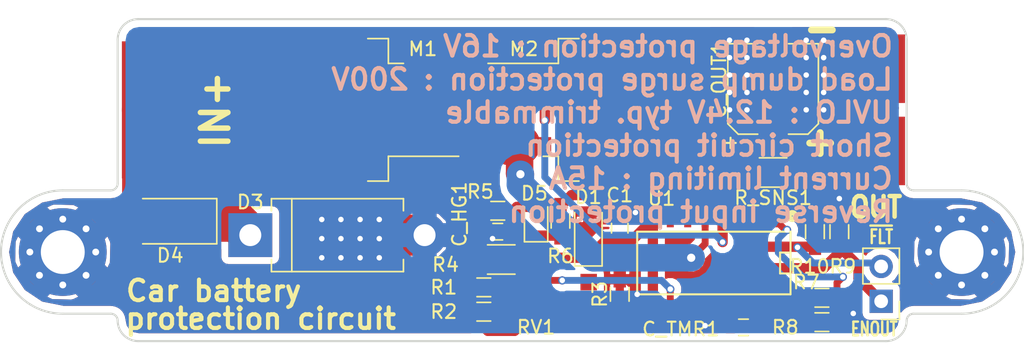
<source format=kicad_pcb>
(kicad_pcb (version 4) (host pcbnew 4.0.7)

  (general
    (links 57)
    (no_connects 0)
    (area 103.424999 80.424999 178.075001 104.075001)
    (thickness 1.6)
    (drawings 28)
    (tracks 219)
    (zones 0)
    (modules 28)
    (nets 19)
  )

  (page A4)
  (layers
    (0 F.Cu signal)
    (31 B.Cu signal)
    (33 F.Adhes user)
    (35 F.Paste user)
    (36 B.SilkS user hide)
    (37 F.SilkS user)
    (39 F.Mask user)
    (40 Dwgs.User user)
    (41 Cmts.User user)
    (42 Eco1.User user)
    (43 Eco2.User user)
    (44 Edge.Cuts user)
    (45 Margin user)
    (47 F.CrtYd user)
    (49 F.Fab user hide)
  )

  (setup
    (last_trace_width 0.25)
    (user_trace_width 0.5)
    (user_trace_width 0.75)
    (user_trace_width 1)
    (user_trace_width 1.5)
    (user_trace_width 2)
    (user_trace_width 3)
    (user_trace_width 5)
    (trace_clearance 0.4)
    (zone_clearance 0.5)
    (zone_45_only yes)
    (trace_min 0.2)
    (segment_width 0.2)
    (edge_width 0.15)
    (via_size 0.6)
    (via_drill 0.4)
    (via_min_size 0.4)
    (via_min_drill 0.3)
    (user_via 1.5 0.6)
    (user_via 2 1)
    (uvia_size 0.3)
    (uvia_drill 0.1)
    (uvias_allowed no)
    (uvia_min_size 0.2)
    (uvia_min_drill 0.1)
    (pcb_text_width 0.3)
    (pcb_text_size 1.5 1.5)
    (mod_edge_width 0.15)
    (mod_text_size 1 1)
    (mod_text_width 0.15)
    (pad_size 1.524 1.524)
    (pad_drill 0.762)
    (pad_to_mask_clearance 0.2)
    (aux_axis_origin 0 0)
    (visible_elements FFFEFF7F)
    (pcbplotparams
      (layerselection 0x010b0_80000001)
      (usegerberextensions false)
      (excludeedgelayer true)
      (linewidth 0.100000)
      (plotframeref false)
      (viasonmask false)
      (mode 1)
      (useauxorigin false)
      (hpglpennumber 1)
      (hpglpenspeed 20)
      (hpglpendiameter 15)
      (hpglpenoverlay 2)
      (psnegative false)
      (psa4output false)
      (plotreference true)
      (plotvalue true)
      (plotinvisibletext false)
      (padsonsilk false)
      (subtractmaskfromsilk false)
      (outputformat 1)
      (mirror false)
      (drillshape 0)
      (scaleselection 1)
      (outputdirectory gerber))
  )

  (net 0 "")
  (net 1 "Net-(C1-Pad1)")
  (net 2 GND)
  (net 3 "Net-(C_HG1-Pad2)")
  (net 4 "Net-(C_OUT1-Pad1)")
  (net 5 "Net-(C_TMR1-Pad1)")
  (net 6 "Net-(D3-Pad1)")
  (net 7 "Net-(D4-Pad2)")
  (net 8 "Net-(D5-Pad2)")
  (net 9 "Net-(J_TEST1-Pad1)")
  (net 10 "Net-(J_TEST1-Pad2)")
  (net 11 "Net-(M1-Pad1)")
  (net 12 "Net-(M1-Pad3)")
  (net 13 "Net-(M2-Pad1)")
  (net 14 "Net-(M2-Pad2)")
  (net 15 "Net-(R1-Pad2)")
  (net 16 "Net-(R2-Pad2)")
  (net 17 "Net-(R7-Pad2)")
  (net 18 "Net-(R3-Pad1)")

  (net_class Default "This is the default net class."
    (clearance 0.4)
    (trace_width 0.25)
    (via_dia 0.6)
    (via_drill 0.4)
    (uvia_dia 0.3)
    (uvia_drill 0.1)
    (add_net GND)
    (add_net "Net-(C1-Pad1)")
    (add_net "Net-(C_HG1-Pad2)")
    (add_net "Net-(C_OUT1-Pad1)")
    (add_net "Net-(C_TMR1-Pad1)")
    (add_net "Net-(D3-Pad1)")
    (add_net "Net-(D4-Pad2)")
    (add_net "Net-(D5-Pad2)")
    (add_net "Net-(J_TEST1-Pad1)")
    (add_net "Net-(J_TEST1-Pad2)")
    (add_net "Net-(M1-Pad1)")
    (add_net "Net-(M1-Pad3)")
    (add_net "Net-(M2-Pad1)")
    (add_net "Net-(M2-Pad2)")
    (add_net "Net-(R1-Pad2)")
    (add_net "Net-(R2-Pad2)")
    (add_net "Net-(R3-Pad1)")
    (add_net "Net-(R7-Pad2)")
  )

  (module SMD_Packages:SO-16-N (layer F.Cu) (tedit 59D167BB) (tstamp 59D15721)
    (at 155.448 98.298 180)
    (descr "Module CMS SOJ 16 pins large")
    (tags "CMS SOJ")
    (path /59D13864)
    (attr smd)
    (fp_text reference U1 (at 3.81 4.699 180) (layer F.SilkS)
      (effects (font (size 1 1) (thickness 0.15)))
    )
    (fp_text value LTC4364 (at 0 1.27 180) (layer F.Fab)
      (effects (font (size 1 1) (thickness 0.15)))
    )
    (fp_line (start -5.588 -0.762) (end -4.826 -0.762) (layer F.SilkS) (width 0.15))
    (fp_line (start -4.826 -0.762) (end -4.826 0.762) (layer F.SilkS) (width 0.15))
    (fp_line (start -4.826 0.762) (end -5.588 0.762) (layer F.SilkS) (width 0.15))
    (fp_line (start 5.588 -2.286) (end 5.588 2.286) (layer F.SilkS) (width 0.15))
    (fp_line (start 5.588 2.286) (end -5.588 2.286) (layer F.SilkS) (width 0.15))
    (fp_line (start -5.588 2.286) (end -5.588 -2.286) (layer F.SilkS) (width 0.15))
    (fp_line (start -5.588 -2.286) (end 5.588 -2.286) (layer F.SilkS) (width 0.15))
    (pad 16 smd rect (at -4.445 -3.175 180) (size 0.508 1.143) (layers F.Cu F.Paste F.Mask)
      (net 17 "Net-(R7-Pad2)"))
    (pad 14 smd rect (at -1.905 -3.175 180) (size 0.508 1.143) (layers F.Cu F.Paste F.Mask)
      (net 9 "Net-(J_TEST1-Pad1)"))
    (pad 13 smd rect (at -0.635 -3.175 180) (size 0.508 1.143) (layers F.Cu F.Paste F.Mask)
      (net 10 "Net-(J_TEST1-Pad2)"))
    (pad 12 smd rect (at 0.635 -3.175 180) (size 0.508 1.143) (layers F.Cu F.Paste F.Mask)
      (net 2 GND))
    (pad 11 smd rect (at 1.905 -3.175 180) (size 0.508 1.143) (layers F.Cu F.Paste F.Mask)
      (net 18 "Net-(R3-Pad1)"))
    (pad 10 smd rect (at 3.175 -3.175 180) (size 0.508 1.143) (layers F.Cu F.Paste F.Mask)
      (net 15 "Net-(R1-Pad2)"))
    (pad 9 smd rect (at 4.445 -3.175 180) (size 0.508 1.143) (layers F.Cu F.Paste F.Mask)
      (net 1 "Net-(C1-Pad1)"))
    (pad 8 smd rect (at 4.445 3.175 180) (size 0.508 1.143) (layers F.Cu F.Paste F.Mask)
      (net 1 "Net-(C1-Pad1)"))
    (pad 7 smd rect (at 3.175 3.175 180) (size 0.508 1.143) (layers F.Cu F.Paste F.Mask))
    (pad 6 smd rect (at 1.905 3.175 180) (size 0.508 1.143) (layers F.Cu F.Paste F.Mask)
      (net 8 "Net-(D5-Pad2)"))
    (pad 5 smd rect (at 0.635 3.175 180) (size 0.508 1.143) (layers F.Cu F.Paste F.Mask)
      (net 12 "Net-(M1-Pad3)"))
    (pad 4 smd rect (at -0.635 3.175 180) (size 0.508 1.143) (layers F.Cu F.Paste F.Mask)
      (net 13 "Net-(M2-Pad1)"))
    (pad 3 smd rect (at -1.905 3.175 180) (size 0.508 1.143) (layers F.Cu F.Paste F.Mask))
    (pad 2 smd rect (at -3.175 3.175 180) (size 0.508 1.143) (layers F.Cu F.Paste F.Mask)
      (net 14 "Net-(M2-Pad2)"))
    (pad 1 smd rect (at -4.445 3.175 180) (size 0.508 1.143) (layers F.Cu F.Paste F.Mask)
      (net 4 "Net-(C_OUT1-Pad1)"))
    (pad 15 smd rect (at -3.175 -3.175 180) (size 0.508 1.143) (layers F.Cu F.Paste F.Mask)
      (net 5 "Net-(C_TMR1-Pad1)"))
    (model SMD_Packages.3dshapes/SO-16-N.wrl
      (at (xyz 0 0 0))
      (scale (xyz 0.5 0.4 0.5))
      (rotate (xyz 0 0 0))
    )
  )

  (module Capacitors_SMD:CP_Elec_6.3x5.3 (layer F.Cu) (tedit 59D16A18) (tstamp 59D1567F)
    (at 159.766 85.598 90)
    (descr "SMT capacitor, aluminium electrolytic, 6.3x5.3")
    (path /59D1559A)
    (attr smd)
    (fp_text reference C_OUT1 (at 0.635 -3.937 90) (layer F.SilkS)
      (effects (font (size 1 1) (thickness 0.15)))
    )
    (fp_text value 22uF (at 0 -4.56 90) (layer F.Fab)
      (effects (font (size 1 1) (thickness 0.15)))
    )
    (fp_circle (center 0 0) (end 0.6 3) (layer F.Fab) (width 0.1))
    (fp_text user + (at -1.75 -0.08 90) (layer F.Fab)
      (effects (font (size 1 1) (thickness 0.15)))
    )
    (fp_text user + (at -3.937 -3.175 90) (layer F.SilkS)
      (effects (font (size 1 1) (thickness 0.15)))
    )
    (fp_text user %R (at 0 4.56 90) (layer F.Fab)
      (effects (font (size 1 1) (thickness 0.15)))
    )
    (fp_line (start 3.15 3.15) (end 3.15 -3.15) (layer F.Fab) (width 0.1))
    (fp_line (start -2.48 3.15) (end 3.15 3.15) (layer F.Fab) (width 0.1))
    (fp_line (start -3.15 2.48) (end -2.48 3.15) (layer F.Fab) (width 0.1))
    (fp_line (start -3.15 -2.48) (end -3.15 2.48) (layer F.Fab) (width 0.1))
    (fp_line (start -2.48 -3.15) (end -3.15 -2.48) (layer F.Fab) (width 0.1))
    (fp_line (start 3.15 -3.15) (end -2.48 -3.15) (layer F.Fab) (width 0.1))
    (fp_line (start 3.3 3.3) (end 3.3 1.12) (layer F.SilkS) (width 0.12))
    (fp_line (start 3.3 -3.3) (end 3.3 -1.12) (layer F.SilkS) (width 0.12))
    (fp_line (start -3.3 2.54) (end -3.3 1.12) (layer F.SilkS) (width 0.12))
    (fp_line (start -3.3 -2.54) (end -3.3 -1.12) (layer F.SilkS) (width 0.12))
    (fp_line (start 3.3 3.3) (end -2.54 3.3) (layer F.SilkS) (width 0.12))
    (fp_line (start -2.54 3.3) (end -3.3 2.54) (layer F.SilkS) (width 0.12))
    (fp_line (start -3.3 -2.54) (end -2.54 -3.3) (layer F.SilkS) (width 0.12))
    (fp_line (start -2.54 -3.3) (end 3.3 -3.3) (layer F.SilkS) (width 0.12))
    (fp_line (start -4.7 -3.4) (end 4.7 -3.4) (layer F.CrtYd) (width 0.05))
    (fp_line (start -4.7 -3.4) (end -4.7 3.4) (layer F.CrtYd) (width 0.05))
    (fp_line (start 4.7 3.4) (end 4.7 -3.4) (layer F.CrtYd) (width 0.05))
    (fp_line (start 4.7 3.4) (end -4.7 3.4) (layer F.CrtYd) (width 0.05))
    (pad 1 smd rect (at -2.7 0 270) (size 3.5 1.6) (layers F.Cu F.Paste F.Mask)
      (net 4 "Net-(C_OUT1-Pad1)"))
    (pad 2 smd rect (at 2.7 0 270) (size 3.5 1.6) (layers F.Cu F.Paste F.Mask)
      (net 2 GND))
    (model Capacitors_SMD.3dshapes/CP_Elec_6.3x5.3.wrl
      (at (xyz 0 0 0))
      (scale (xyz 1 1 1))
      (rotate (xyz 0 0 180))
    )
  )

  (module Capacitors_SMD:C_0603_HandSoldering (layer F.Cu) (tedit 59D16754) (tstamp 59D15673)
    (at 148.59 95.758 90)
    (descr "Capacitor SMD 0603, hand soldering")
    (tags "capacitor 0603")
    (path /59D13842)
    (attr smd)
    (fp_text reference C1 (at 2.413 0 180) (layer F.SilkS)
      (effects (font (size 1 1) (thickness 0.15)))
    )
    (fp_text value 100nF (at 0 1.5 90) (layer F.Fab)
      (effects (font (size 1 1) (thickness 0.15)))
    )
    (fp_text user %R (at 0 -1.25 90) (layer F.Fab)
      (effects (font (size 1 1) (thickness 0.15)))
    )
    (fp_line (start -0.8 0.4) (end -0.8 -0.4) (layer F.Fab) (width 0.1))
    (fp_line (start 0.8 0.4) (end -0.8 0.4) (layer F.Fab) (width 0.1))
    (fp_line (start 0.8 -0.4) (end 0.8 0.4) (layer F.Fab) (width 0.1))
    (fp_line (start -0.8 -0.4) (end 0.8 -0.4) (layer F.Fab) (width 0.1))
    (fp_line (start -0.35 -0.6) (end 0.35 -0.6) (layer F.SilkS) (width 0.12))
    (fp_line (start 0.35 0.6) (end -0.35 0.6) (layer F.SilkS) (width 0.12))
    (fp_line (start -1.8 -0.65) (end 1.8 -0.65) (layer F.CrtYd) (width 0.05))
    (fp_line (start -1.8 -0.65) (end -1.8 0.65) (layer F.CrtYd) (width 0.05))
    (fp_line (start 1.8 0.65) (end 1.8 -0.65) (layer F.CrtYd) (width 0.05))
    (fp_line (start 1.8 0.65) (end -1.8 0.65) (layer F.CrtYd) (width 0.05))
    (pad 1 smd rect (at -0.95 0 90) (size 1.2 0.75) (layers F.Cu F.Paste F.Mask)
      (net 1 "Net-(C1-Pad1)"))
    (pad 2 smd rect (at 0.95 0 90) (size 1.2 0.75) (layers F.Cu F.Paste F.Mask)
      (net 2 GND))
    (model Capacitors_SMD.3dshapes/C_0603.wrl
      (at (xyz 0 0 0))
      (scale (xyz 1 1 1))
      (rotate (xyz 0 0 0))
    )
  )

  (module Capacitors_SMD:C_0603_HandSoldering (layer F.Cu) (tedit 59D16733) (tstamp 59D15679)
    (at 139.7 96.012)
    (descr "Capacitor SMD 0603, hand soldering")
    (tags "capacitor 0603")
    (path /59D1413C)
    (attr smd)
    (fp_text reference C_HG1 (at -2.794 -1.27 90) (layer F.SilkS)
      (effects (font (size 1 1) (thickness 0.15)))
    )
    (fp_text value 100nF (at 0 1.5) (layer F.Fab)
      (effects (font (size 1 1) (thickness 0.15)))
    )
    (fp_text user %R (at 0 -1.25) (layer F.Fab)
      (effects (font (size 1 1) (thickness 0.15)))
    )
    (fp_line (start -0.8 0.4) (end -0.8 -0.4) (layer F.Fab) (width 0.1))
    (fp_line (start 0.8 0.4) (end -0.8 0.4) (layer F.Fab) (width 0.1))
    (fp_line (start 0.8 -0.4) (end 0.8 0.4) (layer F.Fab) (width 0.1))
    (fp_line (start -0.8 -0.4) (end 0.8 -0.4) (layer F.Fab) (width 0.1))
    (fp_line (start -0.35 -0.6) (end 0.35 -0.6) (layer F.SilkS) (width 0.12))
    (fp_line (start 0.35 0.6) (end -0.35 0.6) (layer F.SilkS) (width 0.12))
    (fp_line (start -1.8 -0.65) (end 1.8 -0.65) (layer F.CrtYd) (width 0.05))
    (fp_line (start -1.8 -0.65) (end -1.8 0.65) (layer F.CrtYd) (width 0.05))
    (fp_line (start 1.8 0.65) (end 1.8 -0.65) (layer F.CrtYd) (width 0.05))
    (fp_line (start 1.8 0.65) (end -1.8 0.65) (layer F.CrtYd) (width 0.05))
    (pad 1 smd rect (at -0.95 0) (size 1.2 0.75) (layers F.Cu F.Paste F.Mask)
      (net 2 GND))
    (pad 2 smd rect (at 0.95 0) (size 1.2 0.75) (layers F.Cu F.Paste F.Mask)
      (net 3 "Net-(C_HG1-Pad2)"))
    (model Capacitors_SMD.3dshapes/C_0603.wrl
      (at (xyz 0 0 0))
      (scale (xyz 1 1 1))
      (rotate (xyz 0 0 0))
    )
  )

  (module Capacitors_SMD:C_0603_HandSoldering (layer F.Cu) (tedit 59D167B4) (tstamp 59D15685)
    (at 157.607 102.997 180)
    (descr "Capacitor SMD 0603, hand soldering")
    (tags "capacitor 0603")
    (path /59D15A64)
    (attr smd)
    (fp_text reference C_TMR1 (at 4.572 -0.127 180) (layer F.SilkS)
      (effects (font (size 1 1) (thickness 0.15)))
    )
    (fp_text value 6.8nF (at 0 1.5 180) (layer F.Fab)
      (effects (font (size 1 1) (thickness 0.15)))
    )
    (fp_text user %R (at 0 -1.25 180) (layer F.Fab)
      (effects (font (size 1 1) (thickness 0.15)))
    )
    (fp_line (start -0.8 0.4) (end -0.8 -0.4) (layer F.Fab) (width 0.1))
    (fp_line (start 0.8 0.4) (end -0.8 0.4) (layer F.Fab) (width 0.1))
    (fp_line (start 0.8 -0.4) (end 0.8 0.4) (layer F.Fab) (width 0.1))
    (fp_line (start -0.8 -0.4) (end 0.8 -0.4) (layer F.Fab) (width 0.1))
    (fp_line (start -0.35 -0.6) (end 0.35 -0.6) (layer F.SilkS) (width 0.12))
    (fp_line (start 0.35 0.6) (end -0.35 0.6) (layer F.SilkS) (width 0.12))
    (fp_line (start -1.8 -0.65) (end 1.8 -0.65) (layer F.CrtYd) (width 0.05))
    (fp_line (start -1.8 -0.65) (end -1.8 0.65) (layer F.CrtYd) (width 0.05))
    (fp_line (start 1.8 0.65) (end 1.8 -0.65) (layer F.CrtYd) (width 0.05))
    (fp_line (start 1.8 0.65) (end -1.8 0.65) (layer F.CrtYd) (width 0.05))
    (pad 1 smd rect (at -0.95 0 180) (size 1.2 0.75) (layers F.Cu F.Paste F.Mask)
      (net 5 "Net-(C_TMR1-Pad1)"))
    (pad 2 smd rect (at 0.95 0 180) (size 1.2 0.75) (layers F.Cu F.Paste F.Mask)
      (net 2 GND))
    (model Capacitors_SMD.3dshapes/C_0603.wrl
      (at (xyz 0 0 0))
      (scale (xyz 1 1 1))
      (rotate (xyz 0 0 0))
    )
  )

  (module Diodes_SMD:D_SOD-123 (layer F.Cu) (tedit 59D1674E) (tstamp 59D1568B)
    (at 146.304 96.266 90)
    (descr SOD-123)
    (tags SOD-123)
    (path /59D13756)
    (attr smd)
    (fp_text reference D1 (at 2.794 0 180) (layer F.SilkS)
      (effects (font (size 1 1) (thickness 0.15)))
    )
    (fp_text value "MMSZ5266 68V" (at 0 2.1 90) (layer F.Fab)
      (effects (font (size 1 1) (thickness 0.15)))
    )
    (fp_text user %R (at 0 -2 90) (layer F.Fab)
      (effects (font (size 1 1) (thickness 0.15)))
    )
    (fp_line (start -2.25 -1) (end -2.25 1) (layer F.SilkS) (width 0.12))
    (fp_line (start 0.25 0) (end 0.75 0) (layer F.Fab) (width 0.1))
    (fp_line (start 0.25 0.4) (end -0.35 0) (layer F.Fab) (width 0.1))
    (fp_line (start 0.25 -0.4) (end 0.25 0.4) (layer F.Fab) (width 0.1))
    (fp_line (start -0.35 0) (end 0.25 -0.4) (layer F.Fab) (width 0.1))
    (fp_line (start -0.35 0) (end -0.35 0.55) (layer F.Fab) (width 0.1))
    (fp_line (start -0.35 0) (end -0.35 -0.55) (layer F.Fab) (width 0.1))
    (fp_line (start -0.75 0) (end -0.35 0) (layer F.Fab) (width 0.1))
    (fp_line (start -1.4 0.9) (end -1.4 -0.9) (layer F.Fab) (width 0.1))
    (fp_line (start 1.4 0.9) (end -1.4 0.9) (layer F.Fab) (width 0.1))
    (fp_line (start 1.4 -0.9) (end 1.4 0.9) (layer F.Fab) (width 0.1))
    (fp_line (start -1.4 -0.9) (end 1.4 -0.9) (layer F.Fab) (width 0.1))
    (fp_line (start -2.35 -1.15) (end 2.35 -1.15) (layer F.CrtYd) (width 0.05))
    (fp_line (start 2.35 -1.15) (end 2.35 1.15) (layer F.CrtYd) (width 0.05))
    (fp_line (start 2.35 1.15) (end -2.35 1.15) (layer F.CrtYd) (width 0.05))
    (fp_line (start -2.35 -1.15) (end -2.35 1.15) (layer F.CrtYd) (width 0.05))
    (fp_line (start -2.25 1) (end 1.65 1) (layer F.SilkS) (width 0.12))
    (fp_line (start -2.25 -1) (end 1.65 -1) (layer F.SilkS) (width 0.12))
    (pad 1 smd rect (at -1.65 0 90) (size 0.9 1.2) (layers F.Cu F.Paste F.Mask)
      (net 1 "Net-(C1-Pad1)"))
    (pad 2 smd rect (at 1.65 0 90) (size 0.9 1.2) (layers F.Cu F.Paste F.Mask)
      (net 2 GND))
    (model ${KISYS3DMOD}/Diodes_SMD.3dshapes/D_SOD-123.wrl
      (at (xyz 0 0 0))
      (scale (xyz 1 1 1))
      (rotate (xyz 0 0 0))
    )
  )

  (module Diodes_THT:D_DO-201AD_P12.70mm_Horizontal (layer F.Cu) (tedit 59D1670E) (tstamp 59D15691)
    (at 121.666 96.266)
    (descr "D, DO-201AD series, Axial, Horizontal, pin pitch=12.7mm, , length*diameter=9.5*5.2mm^2, , http://www.diodes.com/_files/packages/DO-201AD.pdf")
    (tags "D DO-201AD series Axial Horizontal pin pitch 12.7mm  length 9.5mm diameter 5.2mm")
    (path /59D13392)
    (fp_text reference D3 (at 0 -2.413) (layer F.SilkS)
      (effects (font (size 1 1) (thickness 0.15)))
    )
    (fp_text value 1.5KE200A (at 6.35 3.66) (layer F.Fab)
      (effects (font (size 1 1) (thickness 0.15)))
    )
    (fp_text user %R (at 6.35 0) (layer F.Fab)
      (effects (font (size 1 1) (thickness 0.15)))
    )
    (fp_line (start 1.6 -2.6) (end 1.6 2.6) (layer F.Fab) (width 0.1))
    (fp_line (start 1.6 2.6) (end 11.1 2.6) (layer F.Fab) (width 0.1))
    (fp_line (start 11.1 2.6) (end 11.1 -2.6) (layer F.Fab) (width 0.1))
    (fp_line (start 11.1 -2.6) (end 1.6 -2.6) (layer F.Fab) (width 0.1))
    (fp_line (start 0 0) (end 1.6 0) (layer F.Fab) (width 0.1))
    (fp_line (start 12.7 0) (end 11.1 0) (layer F.Fab) (width 0.1))
    (fp_line (start 3.025 -2.6) (end 3.025 2.6) (layer F.Fab) (width 0.1))
    (fp_line (start 1.54 -1.78) (end 1.54 -2.66) (layer F.SilkS) (width 0.12))
    (fp_line (start 1.54 -2.66) (end 11.16 -2.66) (layer F.SilkS) (width 0.12))
    (fp_line (start 11.16 -2.66) (end 11.16 -1.78) (layer F.SilkS) (width 0.12))
    (fp_line (start 1.54 1.78) (end 1.54 2.66) (layer F.SilkS) (width 0.12))
    (fp_line (start 1.54 2.66) (end 11.16 2.66) (layer F.SilkS) (width 0.12))
    (fp_line (start 11.16 2.66) (end 11.16 1.78) (layer F.SilkS) (width 0.12))
    (fp_line (start 3.025 -2.66) (end 3.025 2.66) (layer F.SilkS) (width 0.12))
    (fp_line (start -1.85 -2.95) (end -1.85 2.95) (layer F.CrtYd) (width 0.05))
    (fp_line (start -1.85 2.95) (end 14.55 2.95) (layer F.CrtYd) (width 0.05))
    (fp_line (start 14.55 2.95) (end 14.55 -2.95) (layer F.CrtYd) (width 0.05))
    (fp_line (start 14.55 -2.95) (end -1.85 -2.95) (layer F.CrtYd) (width 0.05))
    (pad 1 thru_hole rect (at 0 0) (size 3.2 3.2) (drill 1.6) (layers *.Cu *.Mask)
      (net 6 "Net-(D3-Pad1)"))
    (pad 2 thru_hole oval (at 12.7 0) (size 3.2 3.2) (drill 1.6) (layers *.Cu *.Mask)
      (net 2 GND))
    (model ${KISYS3DMOD}/Diodes_THT.3dshapes/D_DO-201AD_P12.70mm_Horizontal.wrl
      (at (xyz 0 0 0))
      (scale (xyz 0.393701 0.393701 0.393701))
      (rotate (xyz 0 0 0))
    )
  )

  (module Diodes_SMD:D_SMA (layer F.Cu) (tedit 586432E5) (tstamp 59D15697)
    (at 115.824 95.25 180)
    (descr "Diode SMA (DO-214AC)")
    (tags "Diode SMA (DO-214AC)")
    (path /59D1340E)
    (attr smd)
    (fp_text reference D4 (at 0 -2.5 180) (layer F.SilkS)
      (effects (font (size 1 1) (thickness 0.15)))
    )
    (fp_text value SMAJ24A (at 0 2.6 180) (layer F.Fab)
      (effects (font (size 1 1) (thickness 0.15)))
    )
    (fp_text user %R (at 0 -2.5 180) (layer F.Fab)
      (effects (font (size 1 1) (thickness 0.15)))
    )
    (fp_line (start -3.4 -1.65) (end -3.4 1.65) (layer F.SilkS) (width 0.12))
    (fp_line (start 2.3 1.5) (end -2.3 1.5) (layer F.Fab) (width 0.1))
    (fp_line (start -2.3 1.5) (end -2.3 -1.5) (layer F.Fab) (width 0.1))
    (fp_line (start 2.3 -1.5) (end 2.3 1.5) (layer F.Fab) (width 0.1))
    (fp_line (start 2.3 -1.5) (end -2.3 -1.5) (layer F.Fab) (width 0.1))
    (fp_line (start -3.5 -1.75) (end 3.5 -1.75) (layer F.CrtYd) (width 0.05))
    (fp_line (start 3.5 -1.75) (end 3.5 1.75) (layer F.CrtYd) (width 0.05))
    (fp_line (start 3.5 1.75) (end -3.5 1.75) (layer F.CrtYd) (width 0.05))
    (fp_line (start -3.5 1.75) (end -3.5 -1.75) (layer F.CrtYd) (width 0.05))
    (fp_line (start -0.64944 0.00102) (end -1.55114 0.00102) (layer F.Fab) (width 0.1))
    (fp_line (start 0.50118 0.00102) (end 1.4994 0.00102) (layer F.Fab) (width 0.1))
    (fp_line (start -0.64944 -0.79908) (end -0.64944 0.80112) (layer F.Fab) (width 0.1))
    (fp_line (start 0.50118 0.75032) (end 0.50118 -0.79908) (layer F.Fab) (width 0.1))
    (fp_line (start -0.64944 0.00102) (end 0.50118 0.75032) (layer F.Fab) (width 0.1))
    (fp_line (start -0.64944 0.00102) (end 0.50118 -0.79908) (layer F.Fab) (width 0.1))
    (fp_line (start -3.4 1.65) (end 2 1.65) (layer F.SilkS) (width 0.12))
    (fp_line (start -3.4 -1.65) (end 2 -1.65) (layer F.SilkS) (width 0.12))
    (pad 1 smd rect (at -2 0 180) (size 2.5 1.8) (layers F.Cu F.Paste F.Mask)
      (net 6 "Net-(D3-Pad1)"))
    (pad 2 smd rect (at 2 0 180) (size 2.5 1.8) (layers F.Cu F.Paste F.Mask)
      (net 7 "Net-(D4-Pad2)"))
    (model ${KISYS3DMOD}/Diodes_SMD.3dshapes/D_SMA.wrl
      (at (xyz 0 0 0))
      (scale (xyz 1 1 1))
      (rotate (xyz 0 0 0))
    )
  )

  (module Diodes_SMD:D_SOD-323 (layer F.Cu) (tedit 59D16742) (tstamp 59D1569D)
    (at 142.494 95.25 90)
    (descr SOD-323)
    (tags SOD-323)
    (path /59D13F99)
    (attr smd)
    (fp_text reference D5 (at 2.032 -0.127 180) (layer F.SilkS)
      (effects (font (size 1 1) (thickness 0.15)))
    )
    (fp_text value 1N4148W (at 0.1 1.9 90) (layer F.Fab)
      (effects (font (size 1 1) (thickness 0.15)))
    )
    (fp_text user %R (at 0 -1.85 90) (layer F.Fab)
      (effects (font (size 1 1) (thickness 0.15)))
    )
    (fp_line (start -1.5 -0.85) (end -1.5 0.85) (layer F.SilkS) (width 0.12))
    (fp_line (start 0.2 0) (end 0.45 0) (layer F.Fab) (width 0.1))
    (fp_line (start 0.2 0.35) (end -0.3 0) (layer F.Fab) (width 0.1))
    (fp_line (start 0.2 -0.35) (end 0.2 0.35) (layer F.Fab) (width 0.1))
    (fp_line (start -0.3 0) (end 0.2 -0.35) (layer F.Fab) (width 0.1))
    (fp_line (start -0.3 0) (end -0.5 0) (layer F.Fab) (width 0.1))
    (fp_line (start -0.3 -0.35) (end -0.3 0.35) (layer F.Fab) (width 0.1))
    (fp_line (start -0.9 0.7) (end -0.9 -0.7) (layer F.Fab) (width 0.1))
    (fp_line (start 0.9 0.7) (end -0.9 0.7) (layer F.Fab) (width 0.1))
    (fp_line (start 0.9 -0.7) (end 0.9 0.7) (layer F.Fab) (width 0.1))
    (fp_line (start -0.9 -0.7) (end 0.9 -0.7) (layer F.Fab) (width 0.1))
    (fp_line (start -1.6 -0.95) (end 1.6 -0.95) (layer F.CrtYd) (width 0.05))
    (fp_line (start 1.6 -0.95) (end 1.6 0.95) (layer F.CrtYd) (width 0.05))
    (fp_line (start -1.6 0.95) (end 1.6 0.95) (layer F.CrtYd) (width 0.05))
    (fp_line (start -1.6 -0.95) (end -1.6 0.95) (layer F.CrtYd) (width 0.05))
    (fp_line (start -1.5 0.85) (end 1.05 0.85) (layer F.SilkS) (width 0.12))
    (fp_line (start -1.5 -0.85) (end 1.05 -0.85) (layer F.SilkS) (width 0.12))
    (pad 1 smd rect (at -1.05 0 90) (size 0.6 0.45) (layers F.Cu F.Paste F.Mask)
      (net 3 "Net-(C_HG1-Pad2)"))
    (pad 2 smd rect (at 1.05 0 90) (size 0.6 0.45) (layers F.Cu F.Paste F.Mask)
      (net 8 "Net-(D5-Pad2)"))
    (model ${KISYS3DMOD}/Diodes_SMD.3dshapes/D_SOD-323.wrl
      (at (xyz 0 0 0))
      (scale (xyz 1 1 1))
      (rotate (xyz 0 0 0))
    )
  )

  (module pcm:pad_bullet (layer F.Cu) (tedit 59D169EF) (tstamp 59D156A2)
    (at 114.808 87.122)
    (path /59D15F1C)
    (fp_text reference J_IN1 (at 0 0.5) (layer F.SilkS) hide
      (effects (font (size 1 1) (thickness 0.15)))
    )
    (fp_text value Conn_01x01 (at 0 -0.5) (layer F.Fab)
      (effects (font (size 1 1) (thickness 0.15)))
    )
    (pad 1 smd rect (at 0 0) (size 5 10) (layers F.Cu F.Paste F.Mask)
      (net 7 "Net-(D4-Pad2)"))
  )

  (module pcm:xt60 (layer F.Cu) (tedit 59D169F2) (tstamp 59D156A8)
    (at 166.878 87.122 180)
    (path /59D160BB)
    (fp_text reference J_OUT1 (at 0 0.5 180) (layer F.SilkS) hide
      (effects (font (size 1 1) (thickness 0.15)))
    )
    (fp_text value Conn_01x02 (at 0 -0.5 180) (layer F.Fab)
      (effects (font (size 1 1) (thickness 0.15)))
    )
    (pad 1 smd rect (at 0 -3 180) (size 5 5) (layers F.Cu F.Paste F.Mask)
      (net 4 "Net-(C_OUT1-Pad1)"))
    (pad 2 smd rect (at 0 3 180) (size 5 5) (layers F.Cu F.Paste F.Mask)
      (net 2 GND))
  )

  (module Pin_Headers:Pin_Header_Straight_1x02_Pitch2.54mm (layer F.Cu) (tedit 59D167A7) (tstamp 59D156AE)
    (at 167.64 101.092 180)
    (descr "Through hole straight pin header, 1x02, 2.54mm pitch, single row")
    (tags "Through hole pin header THT 1x02 2.54mm single row")
    (path /59D170EB)
    (fp_text reference J_TEST1 (at 0 -2.33 180) (layer F.SilkS) hide
      (effects (font (size 1 1) (thickness 0.15)))
    )
    (fp_text value Conn_01x02 (at 0 4.87 180) (layer F.Fab)
      (effects (font (size 1 1) (thickness 0.15)))
    )
    (fp_line (start -0.635 -1.27) (end 1.27 -1.27) (layer F.Fab) (width 0.1))
    (fp_line (start 1.27 -1.27) (end 1.27 3.81) (layer F.Fab) (width 0.1))
    (fp_line (start 1.27 3.81) (end -1.27 3.81) (layer F.Fab) (width 0.1))
    (fp_line (start -1.27 3.81) (end -1.27 -0.635) (layer F.Fab) (width 0.1))
    (fp_line (start -1.27 -0.635) (end -0.635 -1.27) (layer F.Fab) (width 0.1))
    (fp_line (start -1.33 3.87) (end 1.33 3.87) (layer F.SilkS) (width 0.12))
    (fp_line (start -1.33 1.27) (end -1.33 3.87) (layer F.SilkS) (width 0.12))
    (fp_line (start 1.33 1.27) (end 1.33 3.87) (layer F.SilkS) (width 0.12))
    (fp_line (start -1.33 1.27) (end 1.33 1.27) (layer F.SilkS) (width 0.12))
    (fp_line (start -1.33 0) (end -1.33 -1.33) (layer F.SilkS) (width 0.12))
    (fp_line (start -1.33 -1.33) (end 0 -1.33) (layer F.SilkS) (width 0.12))
    (fp_line (start -1.8 -1.8) (end -1.8 4.35) (layer F.CrtYd) (width 0.05))
    (fp_line (start -1.8 4.35) (end 1.8 4.35) (layer F.CrtYd) (width 0.05))
    (fp_line (start 1.8 4.35) (end 1.8 -1.8) (layer F.CrtYd) (width 0.05))
    (fp_line (start 1.8 -1.8) (end -1.8 -1.8) (layer F.CrtYd) (width 0.05))
    (fp_text user %R (at 0 1.27 270) (layer F.Fab)
      (effects (font (size 1 1) (thickness 0.15)))
    )
    (pad 1 thru_hole rect (at 0 0 180) (size 1.7 1.7) (drill 1) (layers *.Cu *.Mask)
      (net 9 "Net-(J_TEST1-Pad1)"))
    (pad 2 thru_hole oval (at 0 2.54 180) (size 1.7 1.7) (drill 1) (layers *.Cu *.Mask)
      (net 10 "Net-(J_TEST1-Pad2)"))
    (model ${KISYS3DMOD}/Pin_Headers.3dshapes/Pin_Header_Straight_1x02_Pitch2.54mm.wrl
      (at (xyz 0 0 0))
      (scale (xyz 1 1 1))
      (rotate (xyz 0 0 0))
    )
  )

  (module TO_SOT_Packages_SMD:TO-263-2 (layer F.Cu) (tedit 59D167CA) (tstamp 59D156B9)
    (at 128.778 87.122 180)
    (descr "TO-263 / D2PAK / DDPAK SMD package, http://www.infineon.com/cms/en/product/packages/PG-TO263/PG-TO263-3-1/")
    (tags "D2PAK DDPAK TO-263 D2PAK-3 TO-263-3 SOT-404")
    (path /59D13E5C)
    (attr smd)
    (fp_text reference M1 (at -5.461 4.445 180) (layer F.SilkS)
      (effects (font (size 1 1) (thickness 0.15)))
    )
    (fp_text value FDB33N25 (at 0 6.65 180) (layer F.Fab)
      (effects (font (size 1 1) (thickness 0.15)))
    )
    (fp_line (start 6.5 -5) (end 7.5 -5) (layer F.Fab) (width 0.1))
    (fp_line (start 7.5 -5) (end 7.5 5) (layer F.Fab) (width 0.1))
    (fp_line (start 7.5 5) (end 6.5 5) (layer F.Fab) (width 0.1))
    (fp_line (start 6.5 -5) (end 6.5 5) (layer F.Fab) (width 0.1))
    (fp_line (start 6.5 5) (end -2.75 5) (layer F.Fab) (width 0.1))
    (fp_line (start -2.75 5) (end -2.75 -4) (layer F.Fab) (width 0.1))
    (fp_line (start -2.75 -4) (end -1.75 -5) (layer F.Fab) (width 0.1))
    (fp_line (start -1.75 -5) (end 6.5 -5) (layer F.Fab) (width 0.1))
    (fp_line (start -2.75 -3.04) (end -7.45 -3.04) (layer F.Fab) (width 0.1))
    (fp_line (start -7.45 -3.04) (end -7.45 -2.04) (layer F.Fab) (width 0.1))
    (fp_line (start -7.45 -2.04) (end -2.75 -2.04) (layer F.Fab) (width 0.1))
    (fp_line (start -2.75 2.04) (end -7.45 2.04) (layer F.Fab) (width 0.1))
    (fp_line (start -7.45 2.04) (end -7.45 3.04) (layer F.Fab) (width 0.1))
    (fp_line (start -7.45 3.04) (end -2.75 3.04) (layer F.Fab) (width 0.1))
    (fp_line (start -1.45 -5.2) (end -2.95 -5.2) (layer F.SilkS) (width 0.12))
    (fp_line (start -2.95 -5.2) (end -2.95 -3.39) (layer F.SilkS) (width 0.12))
    (fp_line (start -2.95 -3.39) (end -8.075 -3.39) (layer F.SilkS) (width 0.12))
    (fp_line (start -1.45 5.2) (end -2.95 5.2) (layer F.SilkS) (width 0.12))
    (fp_line (start -2.95 5.2) (end -2.95 3.39) (layer F.SilkS) (width 0.12))
    (fp_line (start -2.95 3.39) (end -4.05 3.39) (layer F.SilkS) (width 0.12))
    (fp_line (start -8.32 -5.65) (end -8.32 5.65) (layer F.CrtYd) (width 0.05))
    (fp_line (start -8.32 5.65) (end 8.32 5.65) (layer F.CrtYd) (width 0.05))
    (fp_line (start 8.32 5.65) (end 8.32 -5.65) (layer F.CrtYd) (width 0.05))
    (fp_line (start 8.32 -5.65) (end -8.32 -5.65) (layer F.CrtYd) (width 0.05))
    (fp_text user %R (at 0 0 180) (layer F.Fab)
      (effects (font (size 1 1) (thickness 0.15)))
    )
    (pad 1 smd rect (at -5.775 -2.54 180) (size 4.6 1.1) (layers F.Cu F.Paste F.Mask)
      (net 11 "Net-(M1-Pad1)"))
    (pad 3 smd rect (at -5.775 2.54 180) (size 4.6 1.1) (layers F.Cu F.Paste F.Mask)
      (net 12 "Net-(M1-Pad3)"))
    (pad 2 smd rect (at 3.375 0 180) (size 9.4 10.8) (layers F.Cu F.Mask)
      (net 7 "Net-(D4-Pad2)"))
    (pad 2 smd rect (at 5.8 2.775 180) (size 4.55 5.25) (layers F.Cu F.Paste)
      (net 7 "Net-(D4-Pad2)"))
    (pad 2 smd rect (at 0.95 -2.775 180) (size 4.55 5.25) (layers F.Cu F.Paste)
      (net 7 "Net-(D4-Pad2)"))
    (pad 2 smd rect (at 5.8 -2.775 180) (size 4.55 5.25) (layers F.Cu F.Paste)
      (net 7 "Net-(D4-Pad2)"))
    (pad 2 smd rect (at 0.95 2.775 180) (size 4.55 5.25) (layers F.Cu F.Paste)
      (net 7 "Net-(D4-Pad2)"))
    (model ${KISYS3DMOD}/TO_SOT_Packages_SMD.3dshapes/TO-263-2.wrl
      (at (xyz 0 0 0))
      (scale (xyz 1 1 1))
      (rotate (xyz 0 0 0))
    )
  )

  (module TO_SOT_Packages_SMD:TO-263-2 (layer F.Cu) (tedit 59D167C4) (tstamp 59D156C4)
    (at 147.066 87.122)
    (descr "TO-263 / D2PAK / DDPAK SMD package, http://www.infineon.com/cms/en/product/packages/PG-TO263/PG-TO263-3-1/")
    (tags "D2PAK DDPAK TO-263 D2PAK-3 TO-263-3 SOT-404")
    (path /59D14E93)
    (attr smd)
    (fp_text reference M2 (at -5.461 -4.445) (layer F.SilkS)
      (effects (font (size 1 1) (thickness 0.15)))
    )
    (fp_text value FDB3682 (at 0 6.65) (layer F.Fab)
      (effects (font (size 1 1) (thickness 0.15)))
    )
    (fp_line (start 6.5 -5) (end 7.5 -5) (layer F.Fab) (width 0.1))
    (fp_line (start 7.5 -5) (end 7.5 5) (layer F.Fab) (width 0.1))
    (fp_line (start 7.5 5) (end 6.5 5) (layer F.Fab) (width 0.1))
    (fp_line (start 6.5 -5) (end 6.5 5) (layer F.Fab) (width 0.1))
    (fp_line (start 6.5 5) (end -2.75 5) (layer F.Fab) (width 0.1))
    (fp_line (start -2.75 5) (end -2.75 -4) (layer F.Fab) (width 0.1))
    (fp_line (start -2.75 -4) (end -1.75 -5) (layer F.Fab) (width 0.1))
    (fp_line (start -1.75 -5) (end 6.5 -5) (layer F.Fab) (width 0.1))
    (fp_line (start -2.75 -3.04) (end -7.45 -3.04) (layer F.Fab) (width 0.1))
    (fp_line (start -7.45 -3.04) (end -7.45 -2.04) (layer F.Fab) (width 0.1))
    (fp_line (start -7.45 -2.04) (end -2.75 -2.04) (layer F.Fab) (width 0.1))
    (fp_line (start -2.75 2.04) (end -7.45 2.04) (layer F.Fab) (width 0.1))
    (fp_line (start -7.45 2.04) (end -7.45 3.04) (layer F.Fab) (width 0.1))
    (fp_line (start -7.45 3.04) (end -2.75 3.04) (layer F.Fab) (width 0.1))
    (fp_line (start -1.45 -5.2) (end -2.95 -5.2) (layer F.SilkS) (width 0.12))
    (fp_line (start -2.95 -5.2) (end -2.95 -3.39) (layer F.SilkS) (width 0.12))
    (fp_line (start -2.95 -3.39) (end -8.075 -3.39) (layer F.SilkS) (width 0.12))
    (fp_line (start -1.45 5.2) (end -2.95 5.2) (layer F.SilkS) (width 0.12))
    (fp_line (start -2.95 5.2) (end -2.95 3.39) (layer F.SilkS) (width 0.12))
    (fp_line (start -2.95 3.39) (end -4.05 3.39) (layer F.SilkS) (width 0.12))
    (fp_line (start -8.32 -5.65) (end -8.32 5.65) (layer F.CrtYd) (width 0.05))
    (fp_line (start -8.32 5.65) (end 8.32 5.65) (layer F.CrtYd) (width 0.05))
    (fp_line (start 8.32 5.65) (end 8.32 -5.65) (layer F.CrtYd) (width 0.05))
    (fp_line (start 8.32 -5.65) (end -8.32 -5.65) (layer F.CrtYd) (width 0.05))
    (fp_text user %R (at 0 0) (layer F.Fab)
      (effects (font (size 1 1) (thickness 0.15)))
    )
    (pad 1 smd rect (at -5.775 -2.54) (size 4.6 1.1) (layers F.Cu F.Paste F.Mask)
      (net 13 "Net-(M2-Pad1)"))
    (pad 3 smd rect (at -5.775 2.54) (size 4.6 1.1) (layers F.Cu F.Paste F.Mask)
      (net 12 "Net-(M1-Pad3)"))
    (pad 2 smd rect (at 3.375 0) (size 9.4 10.8) (layers F.Cu F.Mask)
      (net 14 "Net-(M2-Pad2)"))
    (pad 2 smd rect (at 5.8 2.775) (size 4.55 5.25) (layers F.Cu F.Paste)
      (net 14 "Net-(M2-Pad2)"))
    (pad 2 smd rect (at 0.95 -2.775) (size 4.55 5.25) (layers F.Cu F.Paste)
      (net 14 "Net-(M2-Pad2)"))
    (pad 2 smd rect (at 5.8 -2.775) (size 4.55 5.25) (layers F.Cu F.Paste)
      (net 14 "Net-(M2-Pad2)"))
    (pad 2 smd rect (at 0.95 2.775) (size 4.55 5.25) (layers F.Cu F.Paste)
      (net 14 "Net-(M2-Pad2)"))
    (model ${KISYS3DMOD}/TO_SOT_Packages_SMD.3dshapes/TO-263-2.wrl
      (at (xyz 0 0 0))
      (scale (xyz 1 1 1))
      (rotate (xyz 0 0 0))
    )
  )

  (module Resistors_SMD:R_0603_HandSoldering (layer F.Cu) (tedit 59D16719) (tstamp 59D156CA)
    (at 138.684 100.076)
    (descr "Resistor SMD 0603, hand soldering")
    (tags "resistor 0603")
    (path /59D13A46)
    (attr smd)
    (fp_text reference R1 (at -2.921 0) (layer F.SilkS)
      (effects (font (size 1 1) (thickness 0.15)))
    )
    (fp_text value 115k (at 0 1.55) (layer F.Fab)
      (effects (font (size 1 1) (thickness 0.15)))
    )
    (fp_text user %R (at 0 0) (layer F.Fab)
      (effects (font (size 0.4 0.4) (thickness 0.075)))
    )
    (fp_line (start -0.8 0.4) (end -0.8 -0.4) (layer F.Fab) (width 0.1))
    (fp_line (start 0.8 0.4) (end -0.8 0.4) (layer F.Fab) (width 0.1))
    (fp_line (start 0.8 -0.4) (end 0.8 0.4) (layer F.Fab) (width 0.1))
    (fp_line (start -0.8 -0.4) (end 0.8 -0.4) (layer F.Fab) (width 0.1))
    (fp_line (start 0.5 0.68) (end -0.5 0.68) (layer F.SilkS) (width 0.12))
    (fp_line (start -0.5 -0.68) (end 0.5 -0.68) (layer F.SilkS) (width 0.12))
    (fp_line (start -1.96 -0.7) (end 1.95 -0.7) (layer F.CrtYd) (width 0.05))
    (fp_line (start -1.96 -0.7) (end -1.96 0.7) (layer F.CrtYd) (width 0.05))
    (fp_line (start 1.95 0.7) (end 1.95 -0.7) (layer F.CrtYd) (width 0.05))
    (fp_line (start 1.95 0.7) (end -1.96 0.7) (layer F.CrtYd) (width 0.05))
    (pad 1 smd rect (at -1.1 0) (size 1.2 0.9) (layers F.Cu F.Paste F.Mask)
      (net 7 "Net-(D4-Pad2)"))
    (pad 2 smd rect (at 1.1 0) (size 1.2 0.9) (layers F.Cu F.Paste F.Mask)
      (net 15 "Net-(R1-Pad2)"))
    (model ${KISYS3DMOD}/Resistors_SMD.3dshapes/R_0603.wrl
      (at (xyz 0 0 0))
      (scale (xyz 1 1 1))
      (rotate (xyz 0 0 0))
    )
  )

  (module Resistors_SMD:R_0603_HandSoldering (layer F.Cu) (tedit 59D1671C) (tstamp 59D156D0)
    (at 138.684 101.854 180)
    (descr "Resistor SMD 0603, hand soldering")
    (tags "resistor 0603")
    (path /59D138D5)
    (attr smd)
    (fp_text reference R2 (at 2.921 0 180) (layer F.SilkS)
      (effects (font (size 1 1) (thickness 0.15)))
    )
    (fp_text value 2k (at 0 1.55 180) (layer F.Fab)
      (effects (font (size 1 1) (thickness 0.15)))
    )
    (fp_text user %R (at 0 0 180) (layer F.Fab)
      (effects (font (size 0.4 0.4) (thickness 0.075)))
    )
    (fp_line (start -0.8 0.4) (end -0.8 -0.4) (layer F.Fab) (width 0.1))
    (fp_line (start 0.8 0.4) (end -0.8 0.4) (layer F.Fab) (width 0.1))
    (fp_line (start 0.8 -0.4) (end 0.8 0.4) (layer F.Fab) (width 0.1))
    (fp_line (start -0.8 -0.4) (end 0.8 -0.4) (layer F.Fab) (width 0.1))
    (fp_line (start 0.5 0.68) (end -0.5 0.68) (layer F.SilkS) (width 0.12))
    (fp_line (start -0.5 -0.68) (end 0.5 -0.68) (layer F.SilkS) (width 0.12))
    (fp_line (start -1.96 -0.7) (end 1.95 -0.7) (layer F.CrtYd) (width 0.05))
    (fp_line (start -1.96 -0.7) (end -1.96 0.7) (layer F.CrtYd) (width 0.05))
    (fp_line (start 1.95 0.7) (end 1.95 -0.7) (layer F.CrtYd) (width 0.05))
    (fp_line (start 1.95 0.7) (end -1.96 0.7) (layer F.CrtYd) (width 0.05))
    (pad 1 smd rect (at -1.1 0 180) (size 1.2 0.9) (layers F.Cu F.Paste F.Mask)
      (net 15 "Net-(R1-Pad2)"))
    (pad 2 smd rect (at 1.1 0 180) (size 1.2 0.9) (layers F.Cu F.Paste F.Mask)
      (net 16 "Net-(R2-Pad2)"))
    (model ${KISYS3DMOD}/Resistors_SMD.3dshapes/R_0603.wrl
      (at (xyz 0 0 0))
      (scale (xyz 1 1 1))
      (rotate (xyz 0 0 0))
    )
  )

  (module Resistors_SMD:R_0603_HandSoldering (layer F.Cu) (tedit 58E0A804) (tstamp 59D156D6)
    (at 148.59 100.584 90)
    (descr "Resistor SMD 0603, hand soldering")
    (tags "resistor 0603")
    (path /59D139FA)
    (attr smd)
    (fp_text reference R3 (at 0 -1.45 90) (layer F.SilkS)
      (effects (font (size 1 1) (thickness 0.15)))
    )
    (fp_text value 10k (at 0 1.55 90) (layer F.Fab)
      (effects (font (size 1 1) (thickness 0.15)))
    )
    (fp_text user %R (at 0 0 90) (layer F.Fab)
      (effects (font (size 0.4 0.4) (thickness 0.075)))
    )
    (fp_line (start -0.8 0.4) (end -0.8 -0.4) (layer F.Fab) (width 0.1))
    (fp_line (start 0.8 0.4) (end -0.8 0.4) (layer F.Fab) (width 0.1))
    (fp_line (start 0.8 -0.4) (end 0.8 0.4) (layer F.Fab) (width 0.1))
    (fp_line (start -0.8 -0.4) (end 0.8 -0.4) (layer F.Fab) (width 0.1))
    (fp_line (start 0.5 0.68) (end -0.5 0.68) (layer F.SilkS) (width 0.12))
    (fp_line (start -0.5 -0.68) (end 0.5 -0.68) (layer F.SilkS) (width 0.12))
    (fp_line (start -1.96 -0.7) (end 1.95 -0.7) (layer F.CrtYd) (width 0.05))
    (fp_line (start -1.96 -0.7) (end -1.96 0.7) (layer F.CrtYd) (width 0.05))
    (fp_line (start 1.95 0.7) (end 1.95 -0.7) (layer F.CrtYd) (width 0.05))
    (fp_line (start 1.95 0.7) (end -1.96 0.7) (layer F.CrtYd) (width 0.05))
    (pad 1 smd rect (at -1.1 0 90) (size 1.2 0.9) (layers F.Cu F.Paste F.Mask)
      (net 18 "Net-(R3-Pad1)"))
    (pad 2 smd rect (at 1.1 0 90) (size 1.2 0.9) (layers F.Cu F.Paste F.Mask)
      (net 2 GND))
    (model ${KISYS3DMOD}/Resistors_SMD.3dshapes/R_0603.wrl
      (at (xyz 0 0 0))
      (scale (xyz 1 1 1))
      (rotate (xyz 0 0 0))
    )
  )

  (module Resistors_SMD:R_1206_HandSoldering (layer F.Cu) (tedit 59D1673B) (tstamp 59D156DC)
    (at 139.954 98.044)
    (descr "Resistor SMD 1206, hand soldering")
    (tags "resistor 1206")
    (path /59D13C16)
    (attr smd)
    (fp_text reference R4 (at -4.064 0.381) (layer F.SilkS)
      (effects (font (size 1 1) (thickness 0.15)))
    )
    (fp_text value 2.2k (at 0 1.9) (layer F.Fab)
      (effects (font (size 1 1) (thickness 0.15)))
    )
    (fp_text user %R (at 0 0) (layer F.Fab)
      (effects (font (size 0.7 0.7) (thickness 0.105)))
    )
    (fp_line (start -1.6 0.8) (end -1.6 -0.8) (layer F.Fab) (width 0.1))
    (fp_line (start 1.6 0.8) (end -1.6 0.8) (layer F.Fab) (width 0.1))
    (fp_line (start 1.6 -0.8) (end 1.6 0.8) (layer F.Fab) (width 0.1))
    (fp_line (start -1.6 -0.8) (end 1.6 -0.8) (layer F.Fab) (width 0.1))
    (fp_line (start 1 1.07) (end -1 1.07) (layer F.SilkS) (width 0.12))
    (fp_line (start -1 -1.07) (end 1 -1.07) (layer F.SilkS) (width 0.12))
    (fp_line (start -3.25 -1.11) (end 3.25 -1.11) (layer F.CrtYd) (width 0.05))
    (fp_line (start -3.25 -1.11) (end -3.25 1.1) (layer F.CrtYd) (width 0.05))
    (fp_line (start 3.25 1.1) (end 3.25 -1.11) (layer F.CrtYd) (width 0.05))
    (fp_line (start 3.25 1.1) (end -3.25 1.1) (layer F.CrtYd) (width 0.05))
    (pad 1 smd rect (at -2 0) (size 2 1.7) (layers F.Cu F.Paste F.Mask)
      (net 7 "Net-(D4-Pad2)"))
    (pad 2 smd rect (at 2 0) (size 2 1.7) (layers F.Cu F.Paste F.Mask)
      (net 1 "Net-(C1-Pad1)"))
    (model ${KISYS3DMOD}/Resistors_SMD.3dshapes/R_1206.wrl
      (at (xyz 0 0 0))
      (scale (xyz 1 1 1))
      (rotate (xyz 0 0 0))
    )
  )

  (module Resistors_SMD:R_0603_HandSoldering (layer F.Cu) (tedit 59D16729) (tstamp 59D156E2)
    (at 139.7 94.488)
    (descr "Resistor SMD 0603, hand soldering")
    (tags "resistor 0603")
    (path /59D13EDD)
    (attr smd)
    (fp_text reference R5 (at -1.27 -1.397) (layer F.SilkS)
      (effects (font (size 1 1) (thickness 0.15)))
    )
    (fp_text value 10R (at 0 1.55) (layer F.Fab)
      (effects (font (size 1 1) (thickness 0.15)))
    )
    (fp_text user %R (at 0 0) (layer F.Fab)
      (effects (font (size 0.4 0.4) (thickness 0.075)))
    )
    (fp_line (start -0.8 0.4) (end -0.8 -0.4) (layer F.Fab) (width 0.1))
    (fp_line (start 0.8 0.4) (end -0.8 0.4) (layer F.Fab) (width 0.1))
    (fp_line (start 0.8 -0.4) (end 0.8 0.4) (layer F.Fab) (width 0.1))
    (fp_line (start -0.8 -0.4) (end 0.8 -0.4) (layer F.Fab) (width 0.1))
    (fp_line (start 0.5 0.68) (end -0.5 0.68) (layer F.SilkS) (width 0.12))
    (fp_line (start -0.5 -0.68) (end 0.5 -0.68) (layer F.SilkS) (width 0.12))
    (fp_line (start -1.96 -0.7) (end 1.95 -0.7) (layer F.CrtYd) (width 0.05))
    (fp_line (start -1.96 -0.7) (end -1.96 0.7) (layer F.CrtYd) (width 0.05))
    (fp_line (start 1.95 0.7) (end 1.95 -0.7) (layer F.CrtYd) (width 0.05))
    (fp_line (start 1.95 0.7) (end -1.96 0.7) (layer F.CrtYd) (width 0.05))
    (pad 1 smd rect (at -1.1 0) (size 1.2 0.9) (layers F.Cu F.Paste F.Mask)
      (net 11 "Net-(M1-Pad1)"))
    (pad 2 smd rect (at 1.1 0) (size 1.2 0.9) (layers F.Cu F.Paste F.Mask)
      (net 8 "Net-(D5-Pad2)"))
    (model ${KISYS3DMOD}/Resistors_SMD.3dshapes/R_0603.wrl
      (at (xyz 0 0 0))
      (scale (xyz 1 1 1))
      (rotate (xyz 0 0 0))
    )
  )

  (module Resistors_SMD:R_0603_HandSoldering (layer F.Cu) (tedit 59D16747) (tstamp 59D156E8)
    (at 144.272 95.25 90)
    (descr "Resistor SMD 0603, hand soldering")
    (tags "resistor 0603")
    (path /59D13F3F)
    (attr smd)
    (fp_text reference R6 (at -2.54 0 180) (layer F.SilkS)
      (effects (font (size 1 1) (thickness 0.15)))
    )
    (fp_text value 100R (at 0 1.55 90) (layer F.Fab)
      (effects (font (size 1 1) (thickness 0.15)))
    )
    (fp_text user %R (at 0 0 90) (layer F.Fab)
      (effects (font (size 0.4 0.4) (thickness 0.075)))
    )
    (fp_line (start -0.8 0.4) (end -0.8 -0.4) (layer F.Fab) (width 0.1))
    (fp_line (start 0.8 0.4) (end -0.8 0.4) (layer F.Fab) (width 0.1))
    (fp_line (start 0.8 -0.4) (end 0.8 0.4) (layer F.Fab) (width 0.1))
    (fp_line (start -0.8 -0.4) (end 0.8 -0.4) (layer F.Fab) (width 0.1))
    (fp_line (start 0.5 0.68) (end -0.5 0.68) (layer F.SilkS) (width 0.12))
    (fp_line (start -0.5 -0.68) (end 0.5 -0.68) (layer F.SilkS) (width 0.12))
    (fp_line (start -1.96 -0.7) (end 1.95 -0.7) (layer F.CrtYd) (width 0.05))
    (fp_line (start -1.96 -0.7) (end -1.96 0.7) (layer F.CrtYd) (width 0.05))
    (fp_line (start 1.95 0.7) (end 1.95 -0.7) (layer F.CrtYd) (width 0.05))
    (fp_line (start 1.95 0.7) (end -1.96 0.7) (layer F.CrtYd) (width 0.05))
    (pad 1 smd rect (at -1.1 0 90) (size 1.2 0.9) (layers F.Cu F.Paste F.Mask)
      (net 3 "Net-(C_HG1-Pad2)"))
    (pad 2 smd rect (at 1.1 0 90) (size 1.2 0.9) (layers F.Cu F.Paste F.Mask)
      (net 8 "Net-(D5-Pad2)"))
    (model ${KISYS3DMOD}/Resistors_SMD.3dshapes/R_0603.wrl
      (at (xyz 0 0 0))
      (scale (xyz 1 1 1))
      (rotate (xyz 0 0 0))
    )
  )

  (module Resistors_SMD:R_0603_HandSoldering (layer F.Cu) (tedit 59D167E5) (tstamp 59D156EE)
    (at 163.322 100.838 180)
    (descr "Resistor SMD 0603, hand soldering")
    (tags "resistor 0603")
    (path /59D1523E)
    (attr smd)
    (fp_text reference R7 (at 1.143 1.143 180) (layer F.SilkS)
      (effects (font (size 1 1) (thickness 0.15)))
    )
    (fp_text value 54.9k (at 0 1.55 180) (layer F.Fab)
      (effects (font (size 1 1) (thickness 0.15)))
    )
    (fp_text user %R (at 0 0 180) (layer F.Fab)
      (effects (font (size 0.4 0.4) (thickness 0.075)))
    )
    (fp_line (start -0.8 0.4) (end -0.8 -0.4) (layer F.Fab) (width 0.1))
    (fp_line (start 0.8 0.4) (end -0.8 0.4) (layer F.Fab) (width 0.1))
    (fp_line (start 0.8 -0.4) (end 0.8 0.4) (layer F.Fab) (width 0.1))
    (fp_line (start -0.8 -0.4) (end 0.8 -0.4) (layer F.Fab) (width 0.1))
    (fp_line (start 0.5 0.68) (end -0.5 0.68) (layer F.SilkS) (width 0.12))
    (fp_line (start -0.5 -0.68) (end 0.5 -0.68) (layer F.SilkS) (width 0.12))
    (fp_line (start -1.96 -0.7) (end 1.95 -0.7) (layer F.CrtYd) (width 0.05))
    (fp_line (start -1.96 -0.7) (end -1.96 0.7) (layer F.CrtYd) (width 0.05))
    (fp_line (start 1.95 0.7) (end 1.95 -0.7) (layer F.CrtYd) (width 0.05))
    (fp_line (start 1.95 0.7) (end -1.96 0.7) (layer F.CrtYd) (width 0.05))
    (pad 1 smd rect (at -1.1 0 180) (size 1.2 0.9) (layers F.Cu F.Paste F.Mask)
      (net 4 "Net-(C_OUT1-Pad1)"))
    (pad 2 smd rect (at 1.1 0 180) (size 1.2 0.9) (layers F.Cu F.Paste F.Mask)
      (net 17 "Net-(R7-Pad2)"))
    (model ${KISYS3DMOD}/Resistors_SMD.3dshapes/R_0603.wrl
      (at (xyz 0 0 0))
      (scale (xyz 1 1 1))
      (rotate (xyz 0 0 0))
    )
  )

  (module Resistors_SMD:R_0603_HandSoldering (layer F.Cu) (tedit 59D167ED) (tstamp 59D156F4)
    (at 163.322 102.616)
    (descr "Resistor SMD 0603, hand soldering")
    (tags "resistor 0603")
    (path /59D156D6)
    (attr smd)
    (fp_text reference R8 (at -2.667 0.381) (layer F.SilkS)
      (effects (font (size 1 1) (thickness 0.15)))
    )
    (fp_text value 4.99k (at 0 1.55) (layer F.Fab)
      (effects (font (size 1 1) (thickness 0.15)))
    )
    (fp_text user %R (at 0 0) (layer F.Fab)
      (effects (font (size 0.4 0.4) (thickness 0.075)))
    )
    (fp_line (start -0.8 0.4) (end -0.8 -0.4) (layer F.Fab) (width 0.1))
    (fp_line (start 0.8 0.4) (end -0.8 0.4) (layer F.Fab) (width 0.1))
    (fp_line (start 0.8 -0.4) (end 0.8 0.4) (layer F.Fab) (width 0.1))
    (fp_line (start -0.8 -0.4) (end 0.8 -0.4) (layer F.Fab) (width 0.1))
    (fp_line (start 0.5 0.68) (end -0.5 0.68) (layer F.SilkS) (width 0.12))
    (fp_line (start -0.5 -0.68) (end 0.5 -0.68) (layer F.SilkS) (width 0.12))
    (fp_line (start -1.96 -0.7) (end 1.95 -0.7) (layer F.CrtYd) (width 0.05))
    (fp_line (start -1.96 -0.7) (end -1.96 0.7) (layer F.CrtYd) (width 0.05))
    (fp_line (start 1.95 0.7) (end 1.95 -0.7) (layer F.CrtYd) (width 0.05))
    (fp_line (start 1.95 0.7) (end -1.96 0.7) (layer F.CrtYd) (width 0.05))
    (pad 1 smd rect (at -1.1 0) (size 1.2 0.9) (layers F.Cu F.Paste F.Mask)
      (net 17 "Net-(R7-Pad2)"))
    (pad 2 smd rect (at 1.1 0) (size 1.2 0.9) (layers F.Cu F.Paste F.Mask)
      (net 2 GND))
    (model ${KISYS3DMOD}/Resistors_SMD.3dshapes/R_0603.wrl
      (at (xyz 0 0 0))
      (scale (xyz 1 1 1))
      (rotate (xyz 0 0 0))
    )
  )

  (module Resistors_SMD:R_0603_HandSoldering (layer F.Cu) (tedit 59D167A1) (tstamp 59D156FA)
    (at 164.592 96.012 270)
    (descr "Resistor SMD 0603, hand soldering")
    (tags "resistor 0603")
    (path /59D1622D)
    (attr smd)
    (fp_text reference R9 (at 2.54 -0.254 360) (layer F.SilkS)
      (effects (font (size 1 1) (thickness 0.15)))
    )
    (fp_text value 0R (at 0 1.55 270) (layer F.Fab)
      (effects (font (size 1 1) (thickness 0.15)))
    )
    (fp_text user %R (at 0 0 270) (layer F.Fab)
      (effects (font (size 0.4 0.4) (thickness 0.075)))
    )
    (fp_line (start -0.8 0.4) (end -0.8 -0.4) (layer F.Fab) (width 0.1))
    (fp_line (start 0.8 0.4) (end -0.8 0.4) (layer F.Fab) (width 0.1))
    (fp_line (start 0.8 -0.4) (end 0.8 0.4) (layer F.Fab) (width 0.1))
    (fp_line (start -0.8 -0.4) (end 0.8 -0.4) (layer F.Fab) (width 0.1))
    (fp_line (start 0.5 0.68) (end -0.5 0.68) (layer F.SilkS) (width 0.12))
    (fp_line (start -0.5 -0.68) (end 0.5 -0.68) (layer F.SilkS) (width 0.12))
    (fp_line (start -1.96 -0.7) (end 1.95 -0.7) (layer F.CrtYd) (width 0.05))
    (fp_line (start -1.96 -0.7) (end -1.96 0.7) (layer F.CrtYd) (width 0.05))
    (fp_line (start 1.95 0.7) (end 1.95 -0.7) (layer F.CrtYd) (width 0.05))
    (fp_line (start 1.95 0.7) (end -1.96 0.7) (layer F.CrtYd) (width 0.05))
    (pad 1 smd rect (at -1.1 0 270) (size 1.2 0.9) (layers F.Cu F.Paste F.Mask)
      (net 2 GND))
    (pad 2 smd rect (at 1.1 0 270) (size 1.2 0.9) (layers F.Cu F.Paste F.Mask)
      (net 9 "Net-(J_TEST1-Pad1)"))
    (model ${KISYS3DMOD}/Resistors_SMD.3dshapes/R_0603.wrl
      (at (xyz 0 0 0))
      (scale (xyz 1 1 1))
      (rotate (xyz 0 0 0))
    )
  )

  (module Resistors_SMD:R_0603_HandSoldering (layer F.Cu) (tedit 59D1679C) (tstamp 59D15700)
    (at 162.814 96.012 270)
    (descr "Resistor SMD 0603, hand soldering")
    (tags "resistor 0603")
    (path /59D162C5)
    (attr smd)
    (fp_text reference R10 (at 2.54 0.381 360) (layer F.SilkS)
      (effects (font (size 1 1) (thickness 0.15)))
    )
    (fp_text value 0R (at 0 1.55 270) (layer F.Fab)
      (effects (font (size 1 1) (thickness 0.15)))
    )
    (fp_text user %R (at 0 0 270) (layer F.Fab)
      (effects (font (size 0.4 0.4) (thickness 0.075)))
    )
    (fp_line (start -0.8 0.4) (end -0.8 -0.4) (layer F.Fab) (width 0.1))
    (fp_line (start 0.8 0.4) (end -0.8 0.4) (layer F.Fab) (width 0.1))
    (fp_line (start 0.8 -0.4) (end 0.8 0.4) (layer F.Fab) (width 0.1))
    (fp_line (start -0.8 -0.4) (end 0.8 -0.4) (layer F.Fab) (width 0.1))
    (fp_line (start 0.5 0.68) (end -0.5 0.68) (layer F.SilkS) (width 0.12))
    (fp_line (start -0.5 -0.68) (end 0.5 -0.68) (layer F.SilkS) (width 0.12))
    (fp_line (start -1.96 -0.7) (end 1.95 -0.7) (layer F.CrtYd) (width 0.05))
    (fp_line (start -1.96 -0.7) (end -1.96 0.7) (layer F.CrtYd) (width 0.05))
    (fp_line (start 1.95 0.7) (end 1.95 -0.7) (layer F.CrtYd) (width 0.05))
    (fp_line (start 1.95 0.7) (end -1.96 0.7) (layer F.CrtYd) (width 0.05))
    (pad 1 smd rect (at -1.1 0 270) (size 1.2 0.9) (layers F.Cu F.Paste F.Mask)
      (net 2 GND))
    (pad 2 smd rect (at 1.1 0 270) (size 1.2 0.9) (layers F.Cu F.Paste F.Mask)
      (net 10 "Net-(J_TEST1-Pad2)"))
    (model ${KISYS3DMOD}/Resistors_SMD.3dshapes/R_0603.wrl
      (at (xyz 0 0 0))
      (scale (xyz 1 1 1))
      (rotate (xyz 0 0 0))
    )
  )

  (module pcm:trimmer (layer F.Cu) (tedit 59D16722) (tstamp 59D15707)
    (at 144.526 101.092 90)
    (path /59D184FC)
    (fp_text reference RV1 (at -1.905 -2.032 180) (layer F.SilkS)
      (effects (font (size 1 1) (thickness 0.15)))
    )
    (fp_text value 2k (at 0 -0.5 90) (layer F.Fab)
      (effects (font (size 1 1) (thickness 0.15)))
    )
    (pad 3 smd rect (at 1.4 1.8 90) (size 1.2 1.2) (layers F.Cu F.Paste F.Mask))
    (pad 1 smd rect (at -1.4 1.8 90) (size 1.2 1.2) (layers F.Cu F.Paste F.Mask)
      (net 18 "Net-(R3-Pad1)"))
    (pad 2 smd rect (at 0 -1.45 90) (size 1.6 1.5) (layers F.Cu F.Paste F.Mask)
      (net 16 "Net-(R2-Pad2)"))
  )

  (module Resistors_SMD:R_1206_HandSoldering (layer F.Cu) (tedit 58E0A804) (tstamp 59D1570D)
    (at 159.766 91.694 180)
    (descr "Resistor SMD 1206, hand soldering")
    (tags "resistor 1206")
    (path /59D150F9)
    (attr smd)
    (fp_text reference R_SNS1 (at 0 -1.85 180) (layer F.SilkS)
      (effects (font (size 1 1) (thickness 0.15)))
    )
    (fp_text value 3mR (at 0 1.9 180) (layer F.Fab)
      (effects (font (size 1 1) (thickness 0.15)))
    )
    (fp_text user %R (at 0 0 180) (layer F.Fab)
      (effects (font (size 0.7 0.7) (thickness 0.105)))
    )
    (fp_line (start -1.6 0.8) (end -1.6 -0.8) (layer F.Fab) (width 0.1))
    (fp_line (start 1.6 0.8) (end -1.6 0.8) (layer F.Fab) (width 0.1))
    (fp_line (start 1.6 -0.8) (end 1.6 0.8) (layer F.Fab) (width 0.1))
    (fp_line (start -1.6 -0.8) (end 1.6 -0.8) (layer F.Fab) (width 0.1))
    (fp_line (start 1 1.07) (end -1 1.07) (layer F.SilkS) (width 0.12))
    (fp_line (start -1 -1.07) (end 1 -1.07) (layer F.SilkS) (width 0.12))
    (fp_line (start -3.25 -1.11) (end 3.25 -1.11) (layer F.CrtYd) (width 0.05))
    (fp_line (start -3.25 -1.11) (end -3.25 1.1) (layer F.CrtYd) (width 0.05))
    (fp_line (start 3.25 1.1) (end 3.25 -1.11) (layer F.CrtYd) (width 0.05))
    (fp_line (start 3.25 1.1) (end -3.25 1.1) (layer F.CrtYd) (width 0.05))
    (pad 1 smd rect (at -2 0 180) (size 2 1.7) (layers F.Cu F.Paste F.Mask)
      (net 4 "Net-(C_OUT1-Pad1)"))
    (pad 2 smd rect (at 2 0 180) (size 2 1.7) (layers F.Cu F.Paste F.Mask)
      (net 14 "Net-(M2-Pad2)"))
    (model ${KISYS3DMOD}/Resistors_SMD.3dshapes/R_1206.wrl
      (at (xyz 0 0 0))
      (scale (xyz 1 1 1))
      (rotate (xyz 0 0 0))
    )
  )

  (module Mounting_Holes:MountingHole_3.2mm_M3_Pad_Via (layer F.Cu) (tedit 59D207A5) (tstamp 59D20385)
    (at 108 97.5)
    (descr "Mounting Hole 3.2mm, M3")
    (tags "mounting hole 3.2mm m3")
    (path /59D201F4)
    (fp_text reference MP1 (at 0 -4.2) (layer F.SilkS) hide
      (effects (font (size 1 1) (thickness 0.15)))
    )
    (fp_text value "Mounting point" (at 0 4.2) (layer F.Fab)
      (effects (font (size 1 1) (thickness 0.15)))
    )
    (fp_circle (center 0 0) (end 3.2 0) (layer Cmts.User) (width 0.15))
    (fp_circle (center 0 0) (end 3.45 0) (layer F.CrtYd) (width 0.05))
    (pad 1 thru_hole circle (at 0 0) (size 6.4 6.4) (drill 3.2) (layers *.Cu *.Mask)
      (net 2 GND))
    (pad "" thru_hole circle (at 2.4 0) (size 0.6 0.6) (drill 0.5) (layers *.Cu *.Mask))
    (pad "" thru_hole circle (at 1.697056 1.697056) (size 0.6 0.6) (drill 0.5) (layers *.Cu *.Mask))
    (pad "" thru_hole circle (at 0 2.4) (size 0.6 0.6) (drill 0.5) (layers *.Cu *.Mask))
    (pad "" thru_hole circle (at -1.697056 1.697056) (size 0.6 0.6) (drill 0.5) (layers *.Cu *.Mask))
    (pad "" thru_hole circle (at -2.4 0) (size 0.6 0.6) (drill 0.5) (layers *.Cu *.Mask))
    (pad "" thru_hole circle (at -1.697056 -1.697056) (size 0.6 0.6) (drill 0.5) (layers *.Cu *.Mask))
    (pad "" thru_hole circle (at 0 -2.4) (size 0.6 0.6) (drill 0.5) (layers *.Cu *.Mask))
    (pad "" thru_hole circle (at 1.697056 -1.697056) (size 0.6 0.6) (drill 0.5) (layers *.Cu *.Mask))
  )

  (module Mounting_Holes:MountingHole_3.2mm_M3_Pad_Via (layer F.Cu) (tedit 59D207A8) (tstamp 59D20392)
    (at 173.5 97.5)
    (descr "Mounting Hole 3.2mm, M3")
    (tags "mounting hole 3.2mm m3")
    (path /59D203B9)
    (fp_text reference MP2 (at 0 -4.2) (layer F.SilkS) hide
      (effects (font (size 1 1) (thickness 0.15)))
    )
    (fp_text value "Mounting point" (at 0 4.2) (layer F.Fab)
      (effects (font (size 1 1) (thickness 0.15)))
    )
    (fp_circle (center 0 0) (end 3.2 0) (layer Cmts.User) (width 0.15))
    (fp_circle (center 0 0) (end 3.45 0) (layer F.CrtYd) (width 0.05))
    (pad 1 thru_hole circle (at 0 0) (size 6.4 6.4) (drill 3.2) (layers *.Cu *.Mask)
      (net 2 GND))
    (pad "" thru_hole circle (at 2.4 0) (size 0.6 0.6) (drill 0.5) (layers *.Cu *.Mask))
    (pad "" thru_hole circle (at 1.697056 1.697056) (size 0.6 0.6) (drill 0.5) (layers *.Cu *.Mask))
    (pad "" thru_hole circle (at 0 2.4) (size 0.6 0.6) (drill 0.5) (layers *.Cu *.Mask))
    (pad "" thru_hole circle (at -1.697056 1.697056) (size 0.6 0.6) (drill 0.5) (layers *.Cu *.Mask))
    (pad "" thru_hole circle (at -2.4 0) (size 0.6 0.6) (drill 0.5) (layers *.Cu *.Mask))
    (pad "" thru_hole circle (at -1.697056 -1.697056) (size 0.6 0.6) (drill 0.5) (layers *.Cu *.Mask))
    (pad "" thru_hole circle (at 0 -2.4) (size 0.6 0.6) (drill 0.5) (layers *.Cu *.Mask))
    (pad "" thru_hole circle (at 1.697056 -1.697056) (size 0.6 0.6) (drill 0.5) (layers *.Cu *.Mask))
  )

  (gr_line (start 169.5 92.5) (end 169.5 82) (angle 90) (layer Edge.Cuts) (width 0.15))
  (gr_line (start 173.5 93) (end 170 93) (angle 90) (layer Edge.Cuts) (width 0.15))
  (gr_line (start 170 102) (end 173.5 102) (angle 90) (layer Edge.Cuts) (width 0.15))
  (gr_arc (start 170 102.5) (end 169.5 102.5) (angle 90) (layer Edge.Cuts) (width 0.15))
  (gr_arc (start 170 92.5) (end 170 93) (angle 90) (layer Edge.Cuts) (width 0.15))
  (gr_line (start 112 92.5) (end 112 82) (angle 90) (layer Edge.Cuts) (width 0.15))
  (gr_line (start 111.5 102) (end 108 102) (angle 90) (layer Edge.Cuts) (width 0.15))
  (gr_line (start 111.5 93) (end 108 93) (angle 90) (layer Edge.Cuts) (width 0.15))
  (gr_arc (start 111.5 102.5) (end 111.5 102) (angle 90) (layer Edge.Cuts) (width 0.15))
  (gr_arc (start 111.5 92.5) (end 112 92.5) (angle 90) (layer Edge.Cuts) (width 0.15))
  (gr_arc (start 173.5 97.5) (end 173.5 93) (angle 180) (layer Edge.Cuts) (width 0.15))
  (gr_arc (start 108 97.5) (end 108 102) (angle 180) (layer Edge.Cuts) (width 0.15))
  (gr_arc (start 113.5 102.5) (end 113.5 104) (angle 90) (layer Edge.Cuts) (width 0.15))
  (gr_arc (start 168 102.5) (end 169.5 102.5) (angle 90) (layer Edge.Cuts) (width 0.15))
  (gr_arc (start 168 82) (end 168 80.5) (angle 90) (layer Edge.Cuts) (width 0.15))
  (gr_arc (start 113.5 82) (end 112 82) (angle 90) (layer Edge.Cuts) (width 0.15))
  (gr_text OUT (at 167.259 94.234) (layer F.SilkS)
    (effects (font (size 1.5 1.3) (thickness 0.325)))
  )
  (gr_text - (at 163.322 81.153) (layer F.SilkS)
    (effects (font (size 2 2) (thickness 0.5)) (justify mirror))
  )
  (gr_text IN+ (at 119.126 87.122 90) (layer F.SilkS)
    (effects (font (size 2 2) (thickness 0.4)))
  )
  (gr_text "Overvoltage protection : 16V\nLoad dump surge protection : 200V\nUVLO : 12.4V typ. trimmable\nShort circuit protection\nCurrent limiting : 15A\nReverse input protection" (at 168.656 88.519) (layer B.SilkS)
    (effects (font (size 1.5 1.5) (thickness 0.3)) (justify left mirror))
  )
  (gr_text "protection circuit" (at 122.428 102.362) (layer F.SilkS)
    (effects (font (size 1.5 1.5) (thickness 0.3)))
  )
  (gr_text "Car battery" (at 118.999 100.33) (layer F.SilkS)
    (effects (font (size 1.5 1.5) (thickness 0.3)))
  )
  (gr_text ~FLT (at 167.64 96.393) (layer F.SilkS)
    (effects (font (size 1 0.7) (thickness 0.175)))
  )
  (gr_text ENOUT (at 167.132 103.124) (layer F.SilkS)
    (effects (font (size 1 0.7) (thickness 0.175)))
  )
  (gr_text + (at 163.195 89.408) (layer F.SilkS)
    (effects (font (size 2 2) (thickness 0.5)) (justify mirror))
  )
  (gr_circle (center 161.163 94.869) (end 161.2 94.869) (layer F.SilkS) (width 0.4))
  (gr_line (start 168 104) (end 113.5 104) (angle 90) (layer Edge.Cuts) (width 0.15))
  (gr_line (start 113.5 80.5) (end 168 80.5) (angle 90) (layer Edge.Cuts) (width 0.15))

  (segment (start 148.59 96.708) (end 149.418 96.708) (width 0.5) (layer F.Cu) (net 1))
  (segment (start 149.418 96.708) (end 151.003 95.123) (width 0.5) (layer F.Cu) (net 1) (tstamp 59D16915))
  (segment (start 151.003 101.473) (end 151.003 95.123) (width 0.75) (layer F.Cu) (net 1))
  (segment (start 146.304 97.916) (end 147.512 96.708) (width 0.75) (layer F.Cu) (net 1))
  (segment (start 147.512 96.708) (end 149.418 96.708) (width 0.75) (layer F.Cu) (net 1) (tstamp 59D1627D))
  (segment (start 149.418 96.708) (end 151.003 95.123) (width 0.75) (layer F.Cu) (net 1) (tstamp 59D1627F))
  (segment (start 141.954 98.044) (end 142.082 97.916) (width 0.75) (layer F.Cu) (net 1))
  (segment (start 142.082 97.916) (end 146.304 97.916) (width 0.75) (layer F.Cu) (net 1) (tstamp 59D1624B))
  (segment (start 148.59 99.484) (end 149.014 99.484) (width 0.5) (layer F.Cu) (net 2))
  (segment (start 149.014 99.484) (end 149.86 100.33) (width 0.5) (layer F.Cu) (net 2) (tstamp 59D1FD4B))
  (via (at 149.86 100.584) (size 0.6) (drill 0.4) (layers F.Cu B.Cu) (net 2))
  (segment (start 149.86 100.33) (end 149.86 100.584) (width 0.5) (layer F.Cu) (net 2) (tstamp 59D1FD4E))
  (segment (start 156.591 87.122) (end 157.226 87.122) (width 0.25) (layer F.Cu) (net 2))
  (via (at 156.591 87.122) (size 0.6) (drill 0.4) (layers F.Cu B.Cu) (net 2))
  (segment (start 157.861 87.122) (end 156.591 87.122) (width 0.5) (layer B.Cu) (net 2) (tstamp 59D16695))
  (via (at 157.861 87.122) (size 0.6) (drill 0.4) (layers F.Cu B.Cu) (net 2))
  (segment (start 157.861 85.852) (end 157.861 87.122) (width 0.5) (layer F.Cu) (net 2) (tstamp 59D16692))
  (via (at 157.861 85.852) (size 0.6) (drill 0.4) (layers F.Cu B.Cu) (net 2))
  (segment (start 156.591 85.852) (end 157.861 85.852) (width 0.5) (layer B.Cu) (net 2) (tstamp 59D1668F))
  (segment (start 159.766 82.898) (end 158.91 82.042) (width 0.5) (layer F.Cu) (net 2))
  (segment (start 156.591 84.582) (end 156.591 85.852) (width 0.5) (layer F.Cu) (net 2) (tstamp 59D1668C))
  (via (at 156.591 84.582) (size 0.6) (drill 0.4) (layers F.Cu B.Cu) (net 2))
  (segment (start 157.861 84.582) (end 156.591 84.582) (width 0.5) (layer B.Cu) (net 2) (tstamp 59D16689))
  (via (at 157.861 84.582) (size 0.6) (drill 0.4) (layers F.Cu B.Cu) (net 2))
  (segment (start 157.861 83.312) (end 157.861 84.582) (width 0.5) (layer F.Cu) (net 2) (tstamp 59D16686))
  (via (at 157.861 83.312) (size 0.6) (drill 0.4) (layers F.Cu B.Cu) (net 2))
  (segment (start 156.591 83.312) (end 157.861 83.312) (width 0.5) (layer B.Cu) (net 2) (tstamp 59D16683))
  (via (at 156.591 83.312) (size 0.6) (drill 0.4) (layers F.Cu B.Cu) (net 2))
  (segment (start 156.591 82.042) (end 156.591 83.312) (width 0.5) (layer F.Cu) (net 2) (tstamp 59D16680))
  (via (at 156.591 82.042) (size 0.6) (drill 0.4) (layers F.Cu B.Cu) (net 2))
  (segment (start 157.861 82.042) (end 156.591 82.042) (width 0.5) (layer B.Cu) (net 2) (tstamp 59D1667D))
  (via (at 157.861 82.042) (size 0.6) (drill 0.4) (layers F.Cu B.Cu) (net 2))
  (segment (start 158.91 82.042) (end 157.861 82.042) (width 0.5) (layer F.Cu) (net 2) (tstamp 59D16678))
  (via (at 156.591 85.852) (size 0.6) (drill 0.4) (layers F.Cu B.Cu) (net 2))
  (segment (start 164.422 102.616) (end 164.973 102.616) (width 0.75) (layer F.Cu) (net 2))
  (segment (start 164.973 102.616) (end 165.608 101.981) (width 0.75) (layer F.Cu) (net 2) (tstamp 59D16A93))
  (via (at 165.608 101.981) (size 0.6) (drill 0.4) (layers F.Cu B.Cu) (net 2))
  (segment (start 148.59 94.808) (end 149.54 94.808) (width 0.75) (layer F.Cu) (net 2))
  (via (at 149.733 94.615) (size 0.6) (drill 0.4) (layers F.Cu B.Cu) (net 2))
  (segment (start 149.54 94.808) (end 149.733 94.615) (width 0.75) (layer F.Cu) (net 2) (tstamp 59D1698B))
  (segment (start 138.75 96.012) (end 139.258 96.52) (width 0.5) (layer F.Cu) (net 2))
  (via (at 139.319 96.52) (size 0.6) (drill 0.4) (layers F.Cu B.Cu) (net 2))
  (segment (start 139.258 96.52) (end 139.319 96.52) (width 0.5) (layer F.Cu) (net 2) (tstamp 59D1687D))
  (segment (start 162.814 94.912) (end 164.592 94.912) (width 0.5) (layer F.Cu) (net 2))
  (segment (start 164.592 94.912) (end 164.592 93.599) (width 0.5) (layer F.Cu) (net 2) (tstamp 59D16803))
  (via (at 164.592 93.599) (size 0.6) (drill 0.4) (layers F.Cu B.Cu) (net 2))
  (segment (start 159.766 82.898) (end 160.622 82.042) (width 0.5) (layer F.Cu) (net 2))
  (via (at 163.449 87.122) (size 0.6) (drill 0.4) (layers F.Cu B.Cu) (net 2))
  (segment (start 162.179 87.122) (end 163.449 87.122) (width 0.5) (layer B.Cu) (net 2) (tstamp 59D16670))
  (via (at 162.179 87.122) (size 0.6) (drill 0.4) (layers F.Cu B.Cu) (net 2))
  (segment (start 162.179 85.852) (end 162.179 87.122) (width 0.5) (layer F.Cu) (net 2) (tstamp 59D1666D))
  (via (at 162.179 85.852) (size 0.6) (drill 0.4) (layers F.Cu B.Cu) (net 2))
  (segment (start 163.449 85.852) (end 162.179 85.852) (width 0.5) (layer B.Cu) (net 2) (tstamp 59D1666A))
  (via (at 163.449 85.852) (size 0.6) (drill 0.4) (layers F.Cu B.Cu) (net 2))
  (segment (start 163.449 84.582) (end 163.449 85.852) (width 0.5) (layer F.Cu) (net 2) (tstamp 59D16667))
  (via (at 163.449 84.582) (size 0.6) (drill 0.4) (layers F.Cu B.Cu) (net 2))
  (segment (start 162.179 84.582) (end 163.449 84.582) (width 0.5) (layer B.Cu) (net 2) (tstamp 59D16664))
  (via (at 162.179 84.582) (size 0.6) (drill 0.4) (layers F.Cu B.Cu) (net 2))
  (segment (start 162.179 83.312) (end 162.179 84.582) (width 0.5) (layer F.Cu) (net 2) (tstamp 59D16661))
  (via (at 162.179 83.312) (size 0.6) (drill 0.4) (layers F.Cu B.Cu) (net 2))
  (segment (start 163.449 83.312) (end 162.179 83.312) (width 0.5) (layer B.Cu) (net 2) (tstamp 59D1665E))
  (via (at 163.449 83.312) (size 0.6) (drill 0.4) (layers F.Cu B.Cu) (net 2))
  (segment (start 163.449 82.042) (end 163.449 83.312) (width 0.5) (layer F.Cu) (net 2) (tstamp 59D1665B))
  (via (at 163.449 82.042) (size 0.6) (drill 0.4) (layers F.Cu B.Cu) (net 2))
  (segment (start 162.179 82.042) (end 163.449 82.042) (width 0.5) (layer B.Cu) (net 2) (tstamp 59D16658))
  (via (at 162.179 82.042) (size 0.6) (drill 0.4) (layers F.Cu B.Cu) (net 2))
  (segment (start 160.622 82.042) (end 162.179 82.042) (width 0.5) (layer F.Cu) (net 2) (tstamp 59D16651))
  (segment (start 156.657 102.997) (end 154.94 102.997) (width 0.5) (layer F.Cu) (net 2))
  (via (at 154.813 102.87) (size 0.6) (drill 0.4) (layers F.Cu B.Cu) (net 2))
  (segment (start 154.813 102.87) (end 154.813 101.473) (width 0.5) (layer F.Cu) (net 2))
  (segment (start 154.94 102.997) (end 154.813 102.87) (width 0.5) (layer F.Cu) (net 2) (tstamp 59D165BE))
  (segment (start 148.59 99.484) (end 148.59 99.314) (width 0.5) (layer F.Cu) (net 2))
  (segment (start 134.366 96.266) (end 132.207 96.266) (width 3) (layer F.Cu) (net 2))
  (via (at 126.873 97.917) (size 0.6) (drill 0.4) (layers F.Cu B.Cu) (net 2))
  (segment (start 128.27 97.917) (end 126.873 97.917) (width 3) (layer B.Cu) (net 2) (tstamp 59D160D0))
  (via (at 128.27 97.917) (size 0.6) (drill 0.4) (layers F.Cu B.Cu) (net 2))
  (segment (start 129.667 97.917) (end 128.27 97.917) (width 3) (layer F.Cu) (net 2) (tstamp 59D160CD))
  (via (at 129.667 97.917) (size 0.6) (drill 0.4) (layers F.Cu B.Cu) (net 2))
  (segment (start 131.064 97.917) (end 129.667 97.917) (width 3) (layer B.Cu) (net 2) (tstamp 59D160CA))
  (via (at 131.064 97.917) (size 0.6) (drill 0.4) (layers F.Cu B.Cu) (net 2))
  (segment (start 131.064 96.52) (end 131.064 97.917) (width 3) (layer F.Cu) (net 2) (tstamp 59D160C7))
  (via (at 131.064 96.52) (size 0.6) (drill 0.4) (layers F.Cu B.Cu) (net 2))
  (segment (start 129.667 96.52) (end 131.064 96.52) (width 3) (layer B.Cu) (net 2) (tstamp 59D160C4))
  (via (at 129.667 96.52) (size 0.6) (drill 0.4) (layers F.Cu B.Cu) (net 2))
  (segment (start 128.27 96.52) (end 129.667 96.52) (width 3) (layer F.Cu) (net 2) (tstamp 59D160C1))
  (via (at 128.27 96.52) (size 0.6) (drill 0.4) (layers F.Cu B.Cu) (net 2))
  (segment (start 126.873 96.52) (end 128.27 96.52) (width 3) (layer B.Cu) (net 2) (tstamp 59D160BE))
  (via (at 126.873 96.52) (size 0.6) (drill 0.4) (layers F.Cu B.Cu) (net 2))
  (segment (start 126.873 95.123) (end 126.873 96.52) (width 3) (layer F.Cu) (net 2) (tstamp 59D160BB))
  (via (at 126.873 95.123) (size 0.6) (drill 0.4) (layers F.Cu B.Cu) (net 2))
  (segment (start 128.27 95.123) (end 126.873 95.123) (width 3) (layer B.Cu) (net 2) (tstamp 59D160B6))
  (via (at 128.27 95.123) (size 0.6) (drill 0.4) (layers F.Cu B.Cu) (net 2))
  (segment (start 129.667 95.123) (end 128.27 95.123) (width 3) (layer F.Cu) (net 2) (tstamp 59D160B3))
  (via (at 129.667 95.123) (size 0.6) (drill 0.4) (layers F.Cu B.Cu) (net 2))
  (segment (start 131.064 95.123) (end 129.667 95.123) (width 3) (layer B.Cu) (net 2) (tstamp 59D160AF))
  (via (at 131.064 95.123) (size 0.6) (drill 0.4) (layers F.Cu B.Cu) (net 2))
  (segment (start 132.207 96.266) (end 131.064 95.123) (width 3) (layer F.Cu) (net 2) (tstamp 59D160A9))
  (segment (start 142.494 96.3) (end 142.544 96.35) (width 0.5) (layer F.Cu) (net 3))
  (segment (start 142.544 96.35) (end 144.272 96.35) (width 0.5) (layer F.Cu) (net 3) (tstamp 59D1678F))
  (segment (start 140.65 96.012) (end 140.938 96.3) (width 0.75) (layer F.Cu) (net 3))
  (segment (start 140.938 96.3) (end 144.222 96.3) (width 0.75) (layer F.Cu) (net 3) (tstamp 59D1628A))
  (segment (start 144.222 96.3) (end 144.272 96.35) (width 0.75) (layer F.Cu) (net 3) (tstamp 59D1628B))
  (segment (start 166.878 90.122) (end 163.338 90.122) (width 3) (layer F.Cu) (net 4))
  (segment (start 163.338 90.122) (end 161.766 91.694) (width 3) (layer F.Cu) (net 4) (tstamp 59D16624))
  (segment (start 166.878 90.122) (end 166.878 91.567) (width 0.5) (layer F.Cu) (net 4))
  (segment (start 159.893 95.123) (end 160.655 95.885) (width 0.5) (layer F.Cu) (net 4))
  (segment (start 160.655 95.885) (end 160.782 95.885) (width 0.5) (layer F.Cu) (net 4) (tstamp 59D1650B))
  (via (at 160.782 95.885) (size 0.6) (drill 0.4) (layers F.Cu B.Cu) (net 4))
  (segment (start 160.782 95.885) (end 160.147 96.52) (width 0.5) (layer B.Cu) (net 4) (tstamp 59D16513))
  (segment (start 160.147 96.52) (end 160.147 97.536) (width 0.5) (layer B.Cu) (net 4) (tstamp 59D16514))
  (segment (start 160.147 97.536) (end 161.925 99.314) (width 0.5) (layer B.Cu) (net 4) (tstamp 59D16515))
  (segment (start 161.925 99.314) (end 164.846 99.314) (width 0.5) (layer B.Cu) (net 4) (tstamp 59D16516))
  (via (at 164.846 99.314) (size 0.6) (drill 0.4) (layers F.Cu B.Cu) (net 4))
  (segment (start 164.846 99.314) (end 164.422 99.738) (width 0.5) (layer F.Cu) (net 4) (tstamp 59D16519))
  (segment (start 164.422 99.738) (end 164.422 100.838) (width 0.5) (layer F.Cu) (net 4) (tstamp 59D1651A))
  (segment (start 159.893 95.123) (end 159.893 93.567) (width 0.75) (layer F.Cu) (net 4))
  (segment (start 159.893 93.567) (end 161.766 91.694) (width 0.75) (layer F.Cu) (net 4) (tstamp 59D16427))
  (segment (start 161.766 91.694) (end 161.766 90.298) (width 3) (layer F.Cu) (net 4))
  (segment (start 161.766 90.298) (end 159.766 88.298) (width 3) (layer F.Cu) (net 4) (tstamp 59D15EB7))
  (segment (start 158.557 102.997) (end 158.623 102.931) (width 0.75) (layer F.Cu) (net 5))
  (segment (start 158.623 102.931) (end 158.623 101.473) (width 0.75) (layer F.Cu) (net 5) (tstamp 59D16397))
  (segment (start 117.824 95.25) (end 120.65 95.25) (width 3) (layer F.Cu) (net 6))
  (segment (start 120.65 95.25) (end 121.666 96.266) (width 3) (layer F.Cu) (net 6) (tstamp 59D16059))
  (segment (start 125.403 87.122) (end 122.863 84.582) (width 3) (layer F.Cu) (net 7))
  (segment (start 122.863 84.582) (end 117.348 84.582) (width 3) (layer F.Cu) (net 7) (tstamp 59D1F7FC))
  (segment (start 117.348 84.582) (end 114.808 87.122) (width 3) (layer F.Cu) (net 7) (tstamp 59D1F7FE))
  (segment (start 125.403 87.122) (end 122.863 89.662) (width 3) (layer F.Cu) (net 7))
  (segment (start 122.863 89.662) (end 117.348 89.662) (width 3) (layer F.Cu) (net 7) (tstamp 59D1F7F3))
  (segment (start 117.348 89.662) (end 114.808 87.122) (width 3) (layer F.Cu) (net 7) (tstamp 59D1F7F9))
  (segment (start 125.403 87.122) (end 127.127 87.122) (width 0.75) (layer F.Cu) (net 7))
  (segment (start 127.127 87.122) (end 131.826 91.821) (width 0.75) (layer F.Cu) (net 7) (tstamp 59D161B4))
  (segment (start 131.826 91.821) (end 134.747 91.821) (width 0.75) (layer F.Cu) (net 7) (tstamp 59D161B7))
  (segment (start 134.747 91.821) (end 137.033 94.107) (width 0.75) (layer F.Cu) (net 7) (tstamp 59D161BA))
  (segment (start 137.033 94.107) (end 137.033 97.123) (width 0.75) (layer F.Cu) (net 7) (tstamp 59D161BB))
  (segment (start 137.033 97.123) (end 137.954 98.044) (width 0.75) (layer F.Cu) (net 7) (tstamp 59D161BD))
  (segment (start 137.584 100.076) (end 137.584 98.414) (width 0.75) (layer F.Cu) (net 7))
  (segment (start 137.584 98.414) (end 137.954 98.044) (width 0.75) (layer F.Cu) (net 7) (tstamp 59D161AA))
  (segment (start 113.824 95.25) (end 113.824 88.106) (width 3) (layer F.Cu) (net 7))
  (segment (start 113.824 88.106) (end 114.808 87.122) (width 3) (layer F.Cu) (net 7) (tstamp 59D16056))
  (segment (start 114.808 87.122) (end 125.403 87.122) (width 5) (layer F.Cu) (net 7))
  (segment (start 140.8 94.488) (end 141.088 94.2) (width 0.5) (layer F.Cu) (net 8))
  (segment (start 141.088 94.2) (end 142.494 94.2) (width 0.5) (layer F.Cu) (net 8) (tstamp 59D1678B))
  (segment (start 153.543 95.123) (end 153.543 94.361) (width 0.75) (layer F.Cu) (net 8))
  (segment (start 153.543 94.361) (end 152.527 93.345) (width 0.75) (layer F.Cu) (net 8) (tstamp 59D1643A))
  (segment (start 152.527 93.345) (end 145.077 93.345) (width 0.75) (layer F.Cu) (net 8) (tstamp 59D1643E))
  (segment (start 145.077 93.345) (end 144.272 94.15) (width 0.75) (layer F.Cu) (net 8) (tstamp 59D16442))
  (segment (start 141.088 94.2) (end 144.222 94.2) (width 0.75) (layer F.Cu) (net 8) (tstamp 59D1628F))
  (segment (start 144.222 94.2) (end 144.272 94.15) (width 0.75) (layer F.Cu) (net 8) (tstamp 59D16290))
  (segment (start 167.64 101.092) (end 165.989 99.441) (width 0.75) (layer F.Cu) (net 9))
  (segment (start 165.989 98.509) (end 164.592 97.112) (width 0.75) (layer F.Cu) (net 9) (tstamp 59D16AA9))
  (segment (start 165.989 99.441) (end 165.989 98.509) (width 0.75) (layer F.Cu) (net 9) (tstamp 59D16AA3))
  (segment (start 157.353 101.473) (end 157.353 100.457) (width 0.75) (layer F.Cu) (net 9))
  (segment (start 157.353 100.457) (end 159.131 98.679) (width 0.75) (layer F.Cu) (net 9) (tstamp 59D16401))
  (segment (start 159.131 98.679) (end 163.449 98.679) (width 0.75) (layer F.Cu) (net 9) (tstamp 59D16403))
  (segment (start 163.449 98.679) (end 164.592 97.536) (width 0.75) (layer F.Cu) (net 9) (tstamp 59D16405))
  (segment (start 164.592 97.536) (end 164.592 97.112) (width 0.75) (layer F.Cu) (net 9) (tstamp 59D16408))
  (segment (start 162.814 97.112) (end 162.771 97.155) (width 0.5) (layer F.Cu) (net 10))
  (segment (start 162.771 97.155) (end 161.544 97.155) (width 0.5) (layer F.Cu) (net 10) (tstamp 59D16AB9))
  (segment (start 162.687 98.298) (end 167.386 98.298) (width 0.5) (layer B.Cu) (net 10) (tstamp 59D16ABC))
  (segment (start 161.544 97.155) (end 162.687 98.298) (width 0.5) (layer B.Cu) (net 10) (tstamp 59D16ABB))
  (via (at 161.544 97.155) (size 0.6) (drill 0.4) (layers F.Cu B.Cu) (net 10))
  (segment (start 167.386 98.298) (end 167.64 98.552) (width 0.5) (layer B.Cu) (net 10) (tstamp 59D16ABE))
  (segment (start 156.083 101.473) (end 156.083 99.949) (width 0.75) (layer F.Cu) (net 10))
  (segment (start 156.083 99.949) (end 158.92 97.112) (width 0.75) (layer F.Cu) (net 10) (tstamp 59D163FC))
  (segment (start 158.92 97.112) (end 162.814 97.112) (width 0.75) (layer F.Cu) (net 10) (tstamp 59D163FE))
  (segment (start 134.553 89.662) (end 135.763 89.662) (width 0.75) (layer F.Cu) (net 11))
  (segment (start 135.763 89.662) (end 138.6 92.499) (width 0.75) (layer F.Cu) (net 11) (tstamp 59D161AF))
  (segment (start 138.6 92.499) (end 138.6 94.488) (width 0.75) (layer F.Cu) (net 11) (tstamp 59D161B1))
  (segment (start 141.291 89.662) (end 138.751 87.122) (width 3) (layer F.Cu) (net 12))
  (segment (start 137.093 87.122) (end 134.553 84.582) (width 3) (layer F.Cu) (net 12) (tstamp 59D1F7E9))
  (segment (start 138.751 87.122) (end 137.093 87.122) (width 3) (layer F.Cu) (net 12) (tstamp 59D1F7DF))
  (segment (start 154.813 95.123) (end 154.813 96.901) (width 0.5) (layer F.Cu) (net 12))
  (segment (start 154.813 96.901) (end 153.797 97.917) (width 0.5) (layer F.Cu) (net 12) (tstamp 59D1FC7A))
  (via (at 153.797 97.917) (size 1) (drill 0.6) (layers F.Cu B.Cu) (net 12))
  (segment (start 153.797 97.917) (end 146.685 97.917) (width 2) (layer B.Cu) (net 12) (tstamp 59D1FC80))
  (segment (start 146.685 97.917) (end 141.351 92.583) (width 2) (layer B.Cu) (net 12) (tstamp 59D1FC81))
  (segment (start 141.351 92.583) (end 141.351 91.821) (width 2) (layer B.Cu) (net 12) (tstamp 59D1FC88))
  (via (at 141.351 91.821) (size 1) (drill 0.6) (layers F.Cu B.Cu) (net 12))
  (segment (start 141.351 91.821) (end 141.291 91.761) (width 2) (layer F.Cu) (net 12) (tstamp 59D1FC8E))
  (segment (start 141.291 91.761) (end 141.291 89.662) (width 2) (layer F.Cu) (net 12) (tstamp 59D1FC8F))
  (segment (start 134.553 84.582) (end 135.509 84.582) (width 3) (layer F.Cu) (net 12))
  (segment (start 135.509 84.582) (end 140.589 89.662) (width 3) (layer F.Cu) (net 12) (tstamp 59D15EA4))
  (segment (start 140.589 89.662) (end 141.291 89.662) (width 3) (layer F.Cu) (net 12) (tstamp 59D15EA8))
  (segment (start 156.083 96.774) (end 155.575 96.266) (width 0.5) (layer B.Cu) (net 13))
  (segment (start 143.129 92.027544) (end 143.129 87.884) (width 0.5) (layer B.Cu) (net 13) (tstamp 59D1FEC6))
  (segment (start 147.367456 96.266) (end 143.129 92.027544) (width 0.5) (layer B.Cu) (net 13) (tstamp 59D1FEC2))
  (segment (start 155.575 96.266) (end 147.367456 96.266) (width 0.5) (layer B.Cu) (net 13) (tstamp 59D1FEC0))
  (segment (start 156.083 95.123) (end 156.083 96.774) (width 0.75) (layer F.Cu) (net 13))
  (via (at 156.083 96.774) (size 0.6) (drill 0.4) (layers F.Cu B.Cu) (net 13))
  (via (at 143.129 87.884) (size 0.6) (drill 0.4) (layers F.Cu B.Cu) (net 13))
  (segment (start 143.129 86.42) (end 141.291 84.582) (width 0.75) (layer F.Cu) (net 13) (tstamp 59D164B6))
  (segment (start 143.129 87.884) (end 143.129 86.42) (width 0.75) (layer F.Cu) (net 13) (tstamp 59D164B5))
  (segment (start 157.766 91.694) (end 153.194 87.122) (width 3) (layer F.Cu) (net 14))
  (segment (start 153.194 87.122) (end 150.441 87.122) (width 3) (layer F.Cu) (net 14) (tstamp 59D1F7CC))
  (segment (start 158.623 95.123) (end 158.623 92.551) (width 0.75) (layer F.Cu) (net 14))
  (segment (start 158.623 92.551) (end 157.766 91.694) (width 0.75) (layer F.Cu) (net 14) (tstamp 59D16424))
  (segment (start 150.441 87.122) (end 155.013 91.694) (width 3) (layer F.Cu) (net 14))
  (segment (start 155.013 91.694) (end 157.766 91.694) (width 3) (layer F.Cu) (net 14) (tstamp 59D15EB3))
  (segment (start 144.399 99.568) (end 151.638 99.568) (width 0.5) (layer B.Cu) (net 15))
  (segment (start 151.638 99.568) (end 152.273 100.203) (width 0.5) (layer B.Cu) (net 15) (tstamp 59D1FD43))
  (segment (start 139.784 100.076) (end 139.784 101.854) (width 0.5) (layer F.Cu) (net 15))
  (segment (start 152.273 101.473) (end 152.273 100.203) (width 0.5) (layer F.Cu) (net 15))
  (via (at 152.273 100.203) (size 0.6) (drill 0.4) (layers F.Cu B.Cu) (net 15))
  (segment (start 144.399 99.568) (end 144.399 99.568) (width 0.5) (layer B.Cu) (net 15) (tstamp 59D1FD41))
  (via (at 144.399 99.568) (size 0.6) (drill 0.4) (layers F.Cu B.Cu) (net 15))
  (segment (start 144.399 99.568) (end 140.292 99.568) (width 0.5) (layer F.Cu) (net 15) (tstamp 59D164F4))
  (segment (start 140.292 99.568) (end 139.784 100.076) (width 0.5) (layer F.Cu) (net 15) (tstamp 59D164F5))
  (segment (start 137.584 101.854) (end 138.981 103.251) (width 0.75) (layer F.Cu) (net 16))
  (segment (start 138.981 103.251) (end 140.917 103.251) (width 0.75) (layer F.Cu) (net 16) (tstamp 59D16346))
  (segment (start 140.917 103.251) (end 143.076 101.092) (width 0.75) (layer F.Cu) (net 16) (tstamp 59D16347))
  (segment (start 159.893 101.473) (end 161.587 101.473) (width 0.75) (layer F.Cu) (net 17))
  (segment (start 161.587 101.473) (end 162.222 100.838) (width 0.75) (layer F.Cu) (net 17) (tstamp 59D1639C))
  (segment (start 162.222 102.616) (end 162.222 100.838) (width 0.75) (layer F.Cu) (net 17))
  (segment (start 146.326 102.492) (end 147.134 101.684) (width 0.75) (layer F.Cu) (net 18))
  (segment (start 147.134 101.684) (end 148.59 101.684) (width 0.75) (layer F.Cu) (net 18) (tstamp 59D16380))
  (segment (start 153.543 101.473) (end 153.543 102.489) (width 0.75) (layer F.Cu) (net 18))
  (segment (start 153.543 102.489) (end 153.035 102.997) (width 0.75) (layer F.Cu) (net 18) (tstamp 59D162F5))
  (segment (start 153.035 102.997) (end 149.903 102.997) (width 0.75) (layer F.Cu) (net 18) (tstamp 59D162F6))
  (segment (start 149.903 102.997) (end 148.59 101.684) (width 0.75) (layer F.Cu) (net 18) (tstamp 59D162F8))

  (zone (net 2) (net_name GND) (layer F.Cu) (tstamp 59D204F9) (hatch edge 0.508)
    (connect_pads (clearance 0.5))
    (min_thickness 0.15)
    (fill yes (arc_segments 16) (thermal_gap 0.25) (thermal_bridge_width 3))
    (polygon
      (pts
        (xy 103.5 80.5) (xy 178 80.5) (xy 178 104) (xy 103.5 104)
      )
    )
    (filled_polygon
      (pts
        (xy 166.203736 100.999239) (xy 166.203736 101.942) (xy 166.24383 102.155082) (xy 166.369761 102.350785) (xy 166.56191 102.482075)
        (xy 166.79 102.528264) (xy 168.49 102.528264) (xy 168.703082 102.48817) (xy 168.859661 102.387415) (xy 168.773533 102.820407)
        (xy 168.592035 103.092037) (xy 168.320407 103.273533) (xy 167.935982 103.35) (xy 165.847002 103.35) (xy 165.847002 103.066)
        (xy 165.347 103.066) (xy 165.347 102.92225) (xy 165.26575 102.841) (xy 164.722 102.841) (xy 164.722 103.066)
        (xy 164.122 103.066) (xy 164.122 102.841) (xy 163.57825 102.841) (xy 163.497 102.92225) (xy 163.497 103.066)
        (xy 163.408264 103.066) (xy 163.408264 102.166) (xy 163.497 102.166) (xy 163.497 102.30975) (xy 163.57825 102.391)
        (xy 164.122 102.391) (xy 164.122 102.166) (xy 164.722 102.166) (xy 164.722 102.391) (xy 165.26575 102.391)
        (xy 165.347 102.30975) (xy 165.347 102.166) (xy 165.847002 102.166) (xy 165.847002 101.841) (xy 165.198783 101.841)
        (xy 165.235082 101.83417) (xy 165.430785 101.708239) (xy 165.562075 101.51609) (xy 165.608264 101.288) (xy 165.608264 100.403766)
      )
    )
    (filled_polygon
      (pts
        (xy 120.116736 92.522) (xy 120.15683 92.735082) (xy 120.282761 92.930785) (xy 120.47491 93.062075) (xy 120.703 93.108264)
        (xy 130.103 93.108264) (xy 130.316082 93.06817) (xy 130.511785 92.942239) (xy 130.643075 92.75009) (xy 130.689264 92.522)
        (xy 130.689264 92.027767) (xy 131.154249 92.492752) (xy 131.424382 92.673249) (xy 131.462451 92.698686) (xy 131.826 92.771)
        (xy 134.353498 92.771) (xy 136.083 94.500503) (xy 136.083 94.840998) (xy 135.811 94.840998) (xy 135.811 95.040124)
        (xy 135.430059 94.661761) (xy 135.166 94.596306) (xy 135.166 95.466) (xy 135.811 95.466) (xy 135.811 97.066)
        (xy 135.166 97.066) (xy 135.166 97.935694) (xy 135.430059 97.870239) (xy 135.811 97.491876) (xy 135.811 97.691002)
        (xy 136.291 97.691002) (xy 136.291 97.689617) (xy 136.361249 97.794751) (xy 136.367736 97.801238) (xy 136.367736 98.894)
        (xy 136.40783 99.107082) (xy 136.521714 99.284063) (xy 136.443925 99.39791) (xy 136.397736 99.626) (xy 136.397736 100.526)
        (xy 136.43783 100.739082) (xy 136.563761 100.934785) (xy 136.60623 100.963803) (xy 136.575215 100.983761) (xy 136.443925 101.17591)
        (xy 136.397736 101.404) (xy 136.397736 102.304) (xy 136.43783 102.517082) (xy 136.563761 102.712785) (xy 136.75591 102.844075)
        (xy 136.984 102.890264) (xy 137.276762 102.890264) (xy 137.736497 103.35) (xy 113.564018 103.35) (xy 113.179593 103.273533)
        (xy 112.907963 103.092035) (xy 112.726467 102.820407) (xy 112.637511 102.373196) (xy 112.637511 102.373193) (xy 112.599451 102.18185)
        (xy 112.59945 102.181848) (xy 112.59945 102.181846) (xy 112.532262 102.019641) (xy 112.502396 101.947538) (xy 112.502394 101.947536)
        (xy 112.502394 101.947535) (xy 112.394007 101.785324) (xy 112.304341 101.695659) (xy 112.214676 101.605993) (xy 112.052465 101.497606)
        (xy 112.052463 101.497605) (xy 112.052462 101.497604) (xy 111.8684 101.421363) (xy 111.818154 101.40055) (xy 111.818152 101.40055)
        (xy 111.81815 101.400549) (xy 111.626808 101.362489) (xy 111.562787 101.362489) (xy 111.5 101.35) (xy 108.064021 101.35)
        (xy 106.531543 101.045172) (xy 106.131695 100.778002) (xy 106.737252 100.778002) (xy 107.213458 101.006938) (xy 108.615377 101.040984)
        (xy 108.786542 101.006938) (xy 109.262748 100.778002) (xy 108.78234 100.297594) (xy 108.874848 100.074812) (xy 108.875151 99.726715)
        (xy 108.742221 99.405) (xy 108.707623 99.370341) (xy 108.821905 99.370341) (xy 108.954835 99.692056) (xy 109.200761 99.938412)
        (xy 109.522244 100.071904) (xy 109.870341 100.072207) (xy 110.192056 99.939277) (xy 110.438412 99.693351) (xy 110.571904 99.371868)
        (xy 110.572207 99.023771) (xy 110.439277 98.702056) (xy 110.193351 98.4557) (xy 109.871868 98.322208) (xy 109.523771 98.321905)
        (xy 109.202056 98.454835) (xy 108.9557 98.700761) (xy 108.822208 99.022244) (xy 108.821905 99.370341) (xy 108.707623 99.370341)
        (xy 108.496295 99.158644) (xy 108.174812 99.025152) (xy 107.826715 99.024849) (xy 107.505 99.157779) (xy 107.258644 99.403705)
        (xy 107.125152 99.725188) (xy 107.124849 100.073285) (xy 107.217569 100.297685) (xy 106.737252 100.778002) (xy 106.131695 100.778002)
        (xy 105.286644 100.213358) (xy 104.723358 99.370341) (xy 105.427793 99.370341) (xy 105.560723 99.692056) (xy 105.806649 99.938412)
        (xy 106.128132 100.071904) (xy 106.476229 100.072207) (xy 106.797944 99.939277) (xy 107.0443 99.693351) (xy 107.177792 99.371868)
        (xy 107.178095 99.023771) (xy 107.045165 98.702056) (xy 106.799239 98.4557) (xy 106.477756 98.322208) (xy 106.129659 98.321905)
        (xy 105.807944 98.454835) (xy 105.561588 98.700761) (xy 105.428096 99.022244) (xy 105.427793 99.370341) (xy 104.723358 99.370341)
        (xy 104.454828 98.968458) (xy 104.28514 98.115377) (xy 104.459016 98.115377) (xy 104.493062 98.286542) (xy 104.721998 98.762748)
        (xy 105.202406 98.28234) (xy 105.425188 98.374848) (xy 105.773285 98.375151) (xy 106.095 98.242221) (xy 106.341356 97.996295)
        (xy 106.474848 97.674812) (xy 106.474849 97.673285) (xy 109.524849 97.673285) (xy 109.657779 97.995) (xy 109.903705 98.241356)
        (xy 110.225188 98.374848) (xy 110.573285 98.375151) (xy 110.797685 98.282431) (xy 111.278002 98.762748) (xy 111.506938 98.286542)
        (xy 111.540984 96.884623) (xy 111.506938 96.713458) (xy 111.278002 96.237252) (xy 110.797594 96.71766) (xy 110.574812 96.625152)
        (xy 110.226715 96.624849) (xy 109.905 96.757779) (xy 109.658644 97.003705) (xy 109.525152 97.325188) (xy 109.524849 97.673285)
        (xy 106.474849 97.673285) (xy 106.475151 97.326715) (xy 106.342221 97.005) (xy 106.096295 96.758644) (xy 105.774812 96.625152)
        (xy 105.426715 96.624849) (xy 105.202315 96.717569) (xy 104.721998 96.237252) (xy 104.493062 96.713458) (xy 104.459016 98.115377)
        (xy 104.28514 98.115377) (xy 104.162734 97.5) (xy 104.454828 96.031542) (xy 104.491786 95.976229) (xy 105.427793 95.976229)
        (xy 105.560723 96.297944) (xy 105.806649 96.5443) (xy 106.128132 96.677792) (xy 106.476229 96.678095) (xy 106.797944 96.545165)
        (xy 107.0443 96.299239) (xy 107.177792 95.977756) (xy 107.177793 95.976229) (xy 108.821905 95.976229) (xy 108.954835 96.297944)
        (xy 109.200761 96.5443) (xy 109.522244 96.677792) (xy 109.870341 96.678095) (xy 110.192056 96.545165) (xy 110.438412 96.299239)
        (xy 110.571904 95.977756) (xy 110.572207 95.629659) (xy 110.439277 95.307944) (xy 110.193351 95.061588) (xy 109.871868 94.928096)
        (xy 109.523771 94.927793) (xy 109.202056 95.060723) (xy 108.9557 95.306649) (xy 108.822208 95.628132) (xy 108.821905 95.976229)
        (xy 107.177793 95.976229) (xy 107.178095 95.629659) (xy 107.045165 95.307944) (xy 106.799239 95.061588) (xy 106.477756 94.928096)
        (xy 106.129659 94.927793) (xy 105.807944 95.060723) (xy 105.561588 95.306649) (xy 105.428096 95.628132) (xy 105.427793 95.976229)
        (xy 104.491786 95.976229) (xy 105.286644 94.786642) (xy 106.131694 94.221998) (xy 106.737252 94.221998) (xy 107.21766 94.702406)
        (xy 107.125152 94.925188) (xy 107.124849 95.273285) (xy 107.257779 95.595) (xy 107.503705 95.841356) (xy 107.825188 95.974848)
        (xy 108.173285 95.975151) (xy 108.495 95.842221) (xy 108.741356 95.596295) (xy 108.874848 95.274812) (xy 108.875151 94.926715)
        (xy 108.782431 94.702315) (xy 109.262748 94.221998) (xy 108.786542 93.993062) (xy 107.384623 93.959016) (xy 107.213458 93.993062)
        (xy 106.737252 94.221998) (xy 106.131694 94.221998) (xy 106.531543 93.954828) (xy 108.064021 93.65) (xy 111.5 93.65)
        (xy 111.562787 93.637511) (xy 111.626808 93.637511) (xy 111.749 93.613206) (xy 111.749 95.25) (xy 111.90695 96.044068)
        (xy 111.991658 96.170842) (xy 112.02783 96.363082) (xy 112.153761 96.558785) (xy 112.332454 96.680881) (xy 112.356753 96.717247)
        (xy 113.029932 97.16705) (xy 113.824 97.325) (xy 114.618068 97.16705) (xy 115.291247 96.717247) (xy 115.319094 96.675571)
        (xy 115.482785 96.570239) (xy 115.614075 96.37809) (xy 115.655913 96.171484) (xy 115.74105 96.044068) (xy 115.824 95.62705)
        (xy 115.90695 96.044068) (xy 115.991658 96.170842) (xy 116.02783 96.363082) (xy 116.153761 96.558785) (xy 116.332454 96.680881)
        (xy 116.356753 96.717247) (xy 117.029932 97.16705) (xy 117.824 97.325) (xy 119.479736 97.325) (xy 119.479736 97.866)
        (xy 119.51983 98.079082) (xy 119.645761 98.274785) (xy 119.83791 98.406075) (xy 120.066 98.452264) (xy 123.266 98.452264)
        (xy 123.479082 98.41217) (xy 123.674785 98.286239) (xy 123.806075 98.09409) (xy 123.852264 97.866) (xy 123.852264 97.066)
        (xy 132.704852 97.066) (xy 132.761811 97.330051) (xy 132.769022 97.340926) (xy 133.301941 97.870239) (xy 133.566 97.935694)
        (xy 133.566 97.066) (xy 132.704852 97.066) (xy 123.852264 97.066) (xy 123.852264 95.466) (xy 132.704852 95.466)
        (xy 133.566 95.466) (xy 133.566 94.596306) (xy 133.301941 94.661761) (xy 132.769022 95.191074) (xy 132.761811 95.201949)
        (xy 132.704852 95.466) (xy 123.852264 95.466) (xy 123.852264 94.666) (xy 123.81217 94.452918) (xy 123.686239 94.257215)
        (xy 123.49409 94.125925) (xy 123.266 94.079736) (xy 122.41423 94.079736) (xy 122.117247 93.782753) (xy 121.444068 93.33295)
        (xy 120.65 93.174999) (xy 120.649995 93.175) (xy 117.824 93.175) (xy 117.029932 93.33295) (xy 116.356753 93.782753)
        (xy 116.328906 93.824429) (xy 116.165215 93.929761) (xy 116.033925 94.12191) (xy 115.992087 94.328516) (xy 115.90695 94.455932)
        (xy 115.899 94.495899) (xy 115.899 92.708264) (xy 117.308 92.708264) (xy 117.521082 92.66817) (xy 117.716785 92.542239)
        (xy 117.848075 92.35009) (xy 117.894264 92.122) (xy 117.894264 91.737) (xy 120.116736 91.737)
      )
    )
    (filled_polygon
      (pts
        (xy 158.14091 96.234575) (xy 158.369 96.280764) (xy 158.486933 96.280764) (xy 158.248249 96.440248) (xy 155.411249 99.277249)
        (xy 155.205314 99.58545) (xy 155.205314 99.585451) (xy 155.133 99.949) (xy 155.133 100.047998) (xy 155.067 100.047998)
        (xy 155.067 100.5765) (xy 155.02125 100.5765) (xy 154.94 100.65775) (xy 154.94 101.18725) (xy 155.067 101.18725)
        (xy 155.067 101.75875) (xy 154.94 101.75875) (xy 154.94 102.28825) (xy 155.02125 102.3695) (xy 155.067 102.3695)
        (xy 155.067 102.898002) (xy 155.392 102.898002) (xy 155.392 102.622) (xy 155.732 102.622) (xy 155.732 102.72825)
        (xy 155.81325 102.8095) (xy 156.357 102.8095) (xy 156.357 102.627001) (xy 156.383578 102.622) (xy 156.957 102.622)
        (xy 156.957 102.8095) (xy 157.257 102.8095) (xy 157.257 103.1845) (xy 156.957 103.1845) (xy 156.957 103.35)
        (xy 156.357 103.35) (xy 156.357 103.1845) (xy 155.81325 103.1845) (xy 155.732 103.26575) (xy 155.732 103.35)
        (xy 154.025503 103.35) (xy 154.214751 103.160752) (xy 154.374113 102.92225) (xy 154.390315 102.898002) (xy 154.559 102.898002)
        (xy 154.559 102.3695) (xy 154.60475 102.3695) (xy 154.686 102.28825) (xy 154.686 101.75875) (xy 154.559 101.75875)
        (xy 154.559 101.18725) (xy 154.686 101.18725) (xy 154.686 100.65775) (xy 154.60475 100.5765) (xy 154.559 100.5765)
        (xy 154.559 100.047998) (xy 154.234 100.047998) (xy 154.234 100.518762) (xy 154.217239 100.492715) (xy 154.02509 100.361425)
        (xy 153.797 100.315236) (xy 153.289 100.315236) (xy 153.147879 100.34179) (xy 153.148151 100.029715) (xy 153.015221 99.708)
        (xy 152.769295 99.461644) (xy 152.447812 99.328152) (xy 152.099715 99.327849) (xy 151.953 99.38847) (xy 151.953 96.267399)
        (xy 152.019 96.280764) (xy 152.527 96.280764) (xy 152.740082 96.24067) (xy 152.909901 96.131395) (xy 153.06091 96.234575)
        (xy 153.289 96.280764) (xy 153.797 96.280764) (xy 153.988 96.244825) (xy 153.988 96.559274) (xy 153.705354 96.84192)
        (xy 153.584107 96.841814) (xy 153.188857 97.005128) (xy 152.886191 97.307267) (xy 152.722187 97.702231) (xy 152.721814 98.129893)
        (xy 152.885128 98.525143) (xy 153.187267 98.827809) (xy 153.582231 98.991813) (xy 154.009893 98.992186) (xy 154.405143 98.828872)
        (xy 154.707809 98.526733) (xy 154.871813 98.131769) (xy 154.87192 98.008806) (xy 155.396363 97.484363) (xy 155.418794 97.450793)
        (xy 155.719451 97.651686) (xy 156.083 97.724) (xy 156.446549 97.651686) (xy 156.754751 97.445751) (xy 156.960686 97.137549)
        (xy 157.033 96.774) (xy 157.033 96.267399) (xy 157.099 96.280764) (xy 157.607 96.280764) (xy 157.820082 96.24067)
        (xy 157.989901 96.131395)
      )
    )
    (filled_polygon
      (pts
        (xy 150.053 101.473) (xy 150.125314 101.836549) (xy 150.162736 101.892555) (xy 150.162736 101.913233) (xy 149.626264 101.376762)
        (xy 149.626264 101.084) (xy 149.58617 100.870918) (xy 149.460239 100.675215) (xy 149.26809 100.543925) (xy 149.04 100.497736)
        (xy 148.14 100.497736) (xy 147.926918 100.53783) (xy 147.731215 100.663761) (xy 147.683223 100.734) (xy 147.300967 100.734)
        (xy 147.334785 100.712239) (xy 147.466075 100.52009) (xy 147.512264 100.292) (xy 147.512264 99.86525) (xy 147.815 99.86525)
        (xy 147.815 100.148646) (xy 147.864478 100.268097) (xy 147.955902 100.359521) (xy 148.075353 100.409) (xy 148.28375 100.409)
        (xy 148.365 100.32775) (xy 148.365 99.784) (xy 148.815 99.784) (xy 148.815 100.32775) (xy 148.89625 100.409)
        (xy 149.104647 100.409) (xy 149.224098 100.359521) (xy 149.315522 100.268097) (xy 149.365 100.148646) (xy 149.365 99.86525)
        (xy 149.28375 99.784) (xy 148.815 99.784) (xy 148.365 99.784) (xy 147.89625 99.784) (xy 147.815 99.86525)
        (xy 147.512264 99.86525) (xy 147.512264 99.092) (xy 147.47217 98.878918) (xy 147.433842 98.819354) (xy 147.815 98.819354)
        (xy 147.815 99.10275) (xy 147.89625 99.184) (xy 148.365 99.184) (xy 148.365 98.64025) (xy 148.815 98.64025)
        (xy 148.815 99.184) (xy 149.28375 99.184) (xy 149.365 99.10275) (xy 149.365 98.819354) (xy 149.315522 98.699903)
        (xy 149.224098 98.608479) (xy 149.104647 98.559) (xy 148.89625 98.559) (xy 148.815 98.64025) (xy 148.365 98.64025)
        (xy 148.28375 98.559) (xy 148.075353 98.559) (xy 147.955902 98.608479) (xy 147.864478 98.699903) (xy 147.815 98.819354)
        (xy 147.433842 98.819354) (xy 147.364155 98.711057) (xy 147.444075 98.59409) (xy 147.490264 98.366) (xy 147.490264 98.073238)
        (xy 147.825627 97.737875) (xy 147.98691 97.848075) (xy 148.215 97.894264) (xy 148.965 97.894264) (xy 149.178082 97.85417)
        (xy 149.373785 97.728239) (xy 149.422371 97.65713) (xy 149.721233 97.597683) (xy 149.78155 97.585686) (xy 150.053 97.404307)
      )
    )
    (filled_polygon
      (pts
        (xy 163.791736 92.622) (xy 163.83183 92.835082) (xy 163.957761 93.030785) (xy 164.14991 93.162075) (xy 164.378 93.208264)
        (xy 169.101709 93.208264) (xy 169.105993 93.214676) (xy 169.195659 93.304341) (xy 169.285324 93.394007) (xy 169.447535 93.502394)
        (xy 169.447537 93.502395) (xy 169.447538 93.502396) (xy 169.573017 93.554371) (xy 169.681846 93.59945) (xy 169.681848 93.59945)
        (xy 169.68185 93.599451) (xy 169.873193 93.637511) (xy 169.937213 93.637511) (xy 170 93.65) (xy 173.435982 93.65)
        (xy 174.968458 93.954828) (xy 176.213358 94.786644) (xy 177.045172 96.031543) (xy 177.337265 97.5) (xy 177.045172 98.968457)
        (xy 176.213358 100.213356) (xy 174.968458 101.045172) (xy 173.435982 101.35) (xy 170 101.35) (xy 169.937213 101.362489)
        (xy 169.873193 101.362489) (xy 169.68185 101.400549) (xy 169.681848 101.40055) (xy 169.681846 101.40055) (xy 169.6316 101.421363)
        (xy 169.447538 101.497604) (xy 169.447537 101.497605) (xy 169.447535 101.497606) (xy 169.285324 101.605993) (xy 169.195659 101.695659)
        (xy 169.105993 101.785324) (xy 169.076264 101.829816) (xy 169.076264 100.778002) (xy 172.237252 100.778002) (xy 172.713458 101.006938)
        (xy 174.115377 101.040984) (xy 174.286542 101.006938) (xy 174.762748 100.778002) (xy 174.28234 100.297594) (xy 174.374848 100.074812)
        (xy 174.375151 99.726715) (xy 174.242221 99.405) (xy 174.207623 99.370341) (xy 174.321905 99.370341) (xy 174.454835 99.692056)
        (xy 174.700761 99.938412) (xy 175.022244 100.071904) (xy 175.370341 100.072207) (xy 175.692056 99.939277) (xy 175.938412 99.693351)
        (xy 176.071904 99.371868) (xy 176.072207 99.023771) (xy 175.939277 98.702056) (xy 175.693351 98.4557) (xy 175.371868 98.322208)
        (xy 175.023771 98.321905) (xy 174.702056 98.454835) (xy 174.4557 98.700761) (xy 174.322208 99.022244) (xy 174.321905 99.370341)
        (xy 174.207623 99.370341) (xy 173.996295 99.158644) (xy 173.674812 99.025152) (xy 173.326715 99.024849) (xy 173.005 99.157779)
        (xy 172.758644 99.403705) (xy 172.625152 99.725188) (xy 172.624849 100.073285) (xy 172.717569 100.297685) (xy 172.237252 100.778002)
        (xy 169.076264 100.778002) (xy 169.076264 100.242) (xy 169.03617 100.028918) (xy 168.910239 99.833215) (xy 168.71809 99.701925)
        (xy 168.522007 99.662217) (xy 168.675544 99.559627) (xy 168.80202 99.370341) (xy 170.927793 99.370341) (xy 171.060723 99.692056)
        (xy 171.306649 99.938412) (xy 171.628132 100.071904) (xy 171.976229 100.072207) (xy 172.297944 99.939277) (xy 172.5443 99.693351)
        (xy 172.677792 99.371868) (xy 172.678095 99.023771) (xy 172.545165 98.702056) (xy 172.299239 98.4557) (xy 171.977756 98.322208)
        (xy 171.629659 98.321905) (xy 171.307944 98.454835) (xy 171.061588 98.700761) (xy 170.928096 99.022244) (xy 170.927793 99.370341)
        (xy 168.80202 99.370341) (xy 168.984445 99.097324) (xy 169.092917 98.552) (xy 169.006068 98.115377) (xy 169.959016 98.115377)
        (xy 169.993062 98.286542) (xy 170.221998 98.762748) (xy 170.702406 98.28234) (xy 170.925188 98.374848) (xy 171.273285 98.375151)
        (xy 171.595 98.242221) (xy 171.841356 97.996295) (xy 171.974848 97.674812) (xy 171.974849 97.673285) (xy 175.024849 97.673285)
        (xy 175.157779 97.995) (xy 175.403705 98.241356) (xy 175.725188 98.374848) (xy 176.073285 98.375151) (xy 176.297685 98.282431)
        (xy 176.778002 98.762748) (xy 177.006938 98.286542) (xy 177.040984 96.884623) (xy 177.006938 96.713458) (xy 176.778002 96.237252)
        (xy 176.297594 96.71766) (xy 176.074812 96.625152) (xy 175.726715 96.624849) (xy 175.405 96.757779) (xy 175.158644 97.003705)
        (xy 175.025152 97.325188) (xy 175.024849 97.673285) (xy 171.974849 97.673285) (xy 171.975151 97.326715) (xy 171.842221 97.005)
        (xy 171.596295 96.758644) (xy 171.274812 96.625152) (xy 170.926715 96.624849) (xy 170.702315 96.717569) (xy 170.221998 96.237252)
        (xy 169.993062 96.713458) (xy 169.959016 98.115377) (xy 169.006068 98.115377) (xy 168.984445 98.006676) (xy 168.675544 97.544373)
        (xy 168.213241 97.235472) (xy 167.667917 97.127) (xy 167.612083 97.127) (xy 167.066759 97.235472) (xy 166.604456 97.544373)
        (xy 166.509695 97.686192) (xy 165.628264 96.804762) (xy 165.628264 96.512) (xy 165.58817 96.298918) (xy 165.462239 96.103215)
        (xy 165.27639 95.976229) (xy 170.927793 95.976229) (xy 171.060723 96.297944) (xy 171.306649 96.5443) (xy 171.628132 96.677792)
        (xy 171.976229 96.678095) (xy 172.297944 96.545165) (xy 172.5443 96.299239) (xy 172.677792 95.977756) (xy 172.677793 95.976229)
        (xy 174.321905 95.976229) (xy 174.454835 96.297944) (xy 174.700761 96.5443) (xy 175.022244 96.677792) (xy 175.370341 96.678095)
        (xy 175.692056 96.545165) (xy 175.938412 96.299239) (xy 176.071904 95.977756) (xy 176.072207 95.629659) (xy 175.939277 95.307944)
        (xy 175.693351 95.061588) (xy 175.371868 94.928096) (xy 175.023771 94.927793) (xy 174.702056 95.060723) (xy 174.4557 95.306649)
        (xy 174.322208 95.628132) (xy 174.321905 95.976229) (xy 172.677793 95.976229) (xy 172.678095 95.629659) (xy 172.545165 95.307944)
        (xy 172.299239 95.061588) (xy 171.977756 94.928096) (xy 171.629659 94.927793) (xy 171.307944 95.060723) (xy 171.061588 95.306649)
        (xy 170.928096 95.628132) (xy 170.927793 95.976229) (xy 165.27639 95.976229) (xy 165.27009 95.971925) (xy 165.042 95.925736)
        (xy 164.142 95.925736) (xy 163.928918 95.96583) (xy 163.733215 96.091761) (xy 163.704197 96.13423) (xy 163.684239 96.103215)
        (xy 163.49209 95.971925) (xy 163.264 95.925736) (xy 162.364 95.925736) (xy 162.150918 95.96583) (xy 161.955215 96.091761)
        (xy 161.907223 96.162) (xy 161.614416 96.162) (xy 161.656848 96.059812) (xy 161.657151 95.711715) (xy 161.524221 95.39)
        (xy 161.42764 95.29325) (xy 162.039 95.29325) (xy 162.039 95.576646) (xy 162.088478 95.696097) (xy 162.179902 95.787521)
        (xy 162.299353 95.837) (xy 162.50775 95.837) (xy 162.589 95.75575) (xy 162.589 95.212) (xy 163.039 95.212)
        (xy 163.039 95.75575) (xy 163.12025 95.837) (xy 163.328647 95.837) (xy 163.448098 95.787521) (xy 163.539522 95.696097)
        (xy 163.589 95.576646) (xy 163.589 95.29325) (xy 163.817 95.29325) (xy 163.817 95.576646) (xy 163.866478 95.696097)
        (xy 163.957902 95.787521) (xy 164.077353 95.837) (xy 164.28575 95.837) (xy 164.367 95.75575) (xy 164.367 95.212)
        (xy 164.817 95.212) (xy 164.817 95.75575) (xy 164.89825 95.837) (xy 165.106647 95.837) (xy 165.226098 95.787521)
        (xy 165.317522 95.696097) (xy 165.367 95.576646) (xy 165.367 95.29325) (xy 165.28575 95.212) (xy 164.817 95.212)
        (xy 164.367 95.212) (xy 163.89825 95.212) (xy 163.817 95.29325) (xy 163.589 95.29325) (xy 163.50775 95.212)
        (xy 163.039 95.212) (xy 162.589 95.212) (xy 162.12025 95.212) (xy 162.039 95.29325) (xy 161.42764 95.29325)
        (xy 161.278295 95.143644) (xy 160.956812 95.010152) (xy 160.946869 95.010143) (xy 160.843 94.906274) (xy 160.843 94.247354)
        (xy 162.039 94.247354) (xy 162.039 94.53075) (xy 162.12025 94.612) (xy 162.589 94.612) (xy 162.589 94.06825)
        (xy 163.039 94.06825) (xy 163.039 94.612) (xy 163.50775 94.612) (xy 163.589 94.53075) (xy 163.589 94.247354)
        (xy 163.817 94.247354) (xy 163.817 94.53075) (xy 163.89825 94.612) (xy 164.367 94.612) (xy 164.367 94.06825)
        (xy 164.817 94.06825) (xy 164.817 94.612) (xy 165.28575 94.612) (xy 165.367 94.53075) (xy 165.367 94.247354)
        (xy 165.356498 94.221998) (xy 172.237252 94.221998) (xy 172.71766 94.702406) (xy 172.625152 94.925188) (xy 172.624849 95.273285)
        (xy 172.757779 95.595) (xy 173.003705 95.841356) (xy 173.325188 95.974848) (xy 173.673285 95.975151) (xy 173.995 95.842221)
        (xy 174.241356 95.596295) (xy 174.374848 95.274812) (xy 174.375151 94.926715) (xy 174.282431 94.702315) (xy 174.762748 94.221998)
        (xy 174.286542 93.993062) (xy 172.884623 93.959016) (xy 172.713458 93.993062) (xy 172.237252 94.221998) (xy 165.356498 94.221998)
        (xy 165.317522 94.127903) (xy 165.226098 94.036479) (xy 165.106647 93.987) (xy 164.89825 93.987) (xy 164.817 94.06825)
        (xy 164.367 94.06825) (xy 164.28575 93.987) (xy 164.077353 93.987) (xy 163.957902 94.036479) (xy 163.866478 94.127903)
        (xy 163.817 94.247354) (xy 163.589 94.247354) (xy 163.539522 94.127903) (xy 163.448098 94.036479) (xy 163.328647 93.987)
        (xy 163.12025 93.987) (xy 163.039 94.06825) (xy 162.589 94.06825) (xy 162.50775 93.987) (xy 162.299353 93.987)
        (xy 162.179902 94.036479) (xy 162.088478 94.127903) (xy 162.039 94.247354) (xy 160.843 94.247354) (xy 160.843 93.960502)
        (xy 161.155865 93.647637) (xy 161.766 93.769001) (xy 162.560068 93.61105) (xy 163.233247 93.161247) (xy 163.791736 92.602758)
      )
    )
    (filled_polygon
      (pts
        (xy 146.604 94.391) (xy 147.14775 94.391) (xy 147.229 94.30975) (xy 147.229 94.295) (xy 147.89 94.295)
        (xy 147.89 94.42675) (xy 147.97125 94.508) (xy 148.4025 94.508) (xy 148.4025 94.295) (xy 148.7775 94.295)
        (xy 148.7775 94.508) (xy 149.20875 94.508) (xy 149.29 94.42675) (xy 149.29 94.295) (xy 150.228337 94.295)
        (xy 150.208925 94.32341) (xy 150.162736 94.5515) (xy 150.162736 94.619761) (xy 149.374498 95.408) (xy 149.29 95.408)
        (xy 149.29 95.18925) (xy 149.20875 95.108) (xy 148.7775 95.108) (xy 148.7775 95.408) (xy 148.4025 95.408)
        (xy 148.4025 95.108) (xy 147.97125 95.108) (xy 147.89 95.18925) (xy 147.89 95.408) (xy 147.164998 95.408)
        (xy 147.164998 95.733) (xy 147.775305 95.733) (xy 147.758223 95.758) (xy 147.512 95.758) (xy 147.208767 95.818317)
        (xy 147.14845 95.830314) (xy 146.840249 96.036249) (xy 145.996762 96.879736) (xy 145.704 96.879736) (xy 145.490918 96.91983)
        (xy 145.419168 96.966) (xy 145.305024 96.966) (xy 145.308264 96.95) (xy 145.308264 95.75) (xy 145.26817 95.536918)
        (xy 145.142239 95.341215) (xy 145.007816 95.249367) (xy 145.130785 95.170239) (xy 145.262075 94.97809) (xy 145.273382 94.92225)
        (xy 145.379 94.92225) (xy 145.379 95.130646) (xy 145.428478 95.250097) (xy 145.519902 95.341521) (xy 145.639353 95.391)
        (xy 145.92275 95.391) (xy 146.004 95.30975) (xy 146.004 94.841) (xy 146.604 94.841) (xy 146.604 95.30975)
        (xy 146.68525 95.391) (xy 146.968647 95.391) (xy 147.088098 95.341521) (xy 147.179522 95.250097) (xy 147.229 95.130646)
        (xy 147.229 94.92225) (xy 147.14775 94.841) (xy 146.604 94.841) (xy 146.004 94.841) (xy 145.46025 94.841)
        (xy 145.379 94.92225) (xy 145.273382 94.92225) (xy 145.308264 94.75) (xy 145.308264 94.457238) (xy 145.417376 94.348126)
        (xy 145.46025 94.391) (xy 146.004 94.391) (xy 146.004 94.295) (xy 146.604 94.295)
      )
    )
    (filled_polygon
      (pts
        (xy 139.05 95.8245) (xy 139.35 95.8245) (xy 139.35 96.1995) (xy 139.05 96.1995) (xy 139.05 96.387)
        (xy 138.45 96.387) (xy 138.45 96.1995) (xy 138.15 96.1995) (xy 138.15 95.8245) (xy 138.45 95.8245)
        (xy 138.45 95.637) (xy 139.05 95.637)
      )
    )
    (filled_polygon
      (pts
        (xy 158.340998 81.453) (xy 158.641 81.453) (xy 158.641 81.94175) (xy 158.72225 82.023) (xy 159.366 82.023)
        (xy 159.366 81.453) (xy 160.166 81.453) (xy 160.166 82.023) (xy 160.80975 82.023) (xy 160.891 81.94175)
        (xy 160.891 81.557353) (xy 164.053 81.557353) (xy 164.053 82.79075) (xy 164.13425 82.872) (xy 165.628 82.872)
        (xy 165.628 81.37825) (xy 165.54675 81.297) (xy 164.313354 81.297) (xy 164.193903 81.346478) (xy 164.102479 81.437902)
        (xy 164.053 81.557353) (xy 160.891 81.557353) (xy 160.891 81.453) (xy 161.191002 81.453) (xy 161.191002 81.15)
        (xy 167.935982 81.15) (xy 168.320407 81.226467) (xy 168.425967 81.297) (xy 168.20925 81.297) (xy 168.128 81.37825)
        (xy 168.128 82.872) (xy 168.323 82.872) (xy 168.323 85.372) (xy 168.128 85.372) (xy 168.128 86.86575)
        (xy 168.20925 86.947) (xy 168.85 86.947) (xy 168.85 87.035736) (xy 164.378 87.035736) (xy 164.164918 87.07583)
        (xy 163.969215 87.201761) (xy 163.837925 87.39391) (xy 163.791736 87.622) (xy 163.791736 88.047) (xy 163.338005 88.047)
        (xy 163.338 88.046999) (xy 162.596906 88.194413) (xy 161.233247 86.830753) (xy 161.152264 86.776642) (xy 161.152264 86.548)
        (xy 161.11217 86.334918) (xy 160.986239 86.139215) (xy 160.79409 86.007925) (xy 160.566 85.961736) (xy 158.966 85.961736)
        (xy 158.752918 86.00183) (xy 158.557215 86.127761) (xy 158.425925 86.31991) (xy 158.379736 86.548) (xy 158.379736 86.776642)
        (xy 158.298753 86.830753) (xy 157.84895 87.503932) (xy 157.690999 88.298) (xy 157.78697 88.780477) (xy 155.727264 86.72077)
        (xy 155.727264 85.45325) (xy 164.053 85.45325) (xy 164.053 86.686647) (xy 164.102479 86.806098) (xy 164.193903 86.897522)
        (xy 164.313354 86.947) (xy 165.54675 86.947) (xy 165.628 86.86575) (xy 165.628 85.372) (xy 164.13425 85.372)
        (xy 164.053 85.45325) (xy 155.727264 85.45325) (xy 155.727264 83.85425) (xy 158.641 83.85425) (xy 158.641 84.712646)
        (xy 158.690478 84.832097) (xy 158.781902 84.923521) (xy 158.901353 84.973) (xy 159.28475 84.973) (xy 159.366 84.89175)
        (xy 159.366 83.773) (xy 160.166 83.773) (xy 160.166 84.89175) (xy 160.24725 84.973) (xy 160.630647 84.973)
        (xy 160.750098 84.923521) (xy 160.841522 84.832097) (xy 160.891 84.712646) (xy 160.891 83.85425) (xy 160.80975 83.773)
        (xy 160.166 83.773) (xy 159.366 83.773) (xy 158.72225 83.773) (xy 158.641 83.85425) (xy 155.727264 83.85425)
        (xy 155.727264 81.722) (xy 155.68717 81.508918) (xy 155.561239 81.313215) (xy 155.36909 81.181925) (xy 155.211438 81.15)
        (xy 158.340998 81.15)
      )
    )
  )
  (zone (net 2) (net_name GND) (layer B.Cu) (tstamp 59D204F9) (hatch edge 0.508)
    (connect_pads (clearance 0.5))
    (min_thickness 0.15)
    (fill yes (arc_segments 16) (thermal_gap 0.25) (thermal_bridge_width 3))
    (polygon
      (pts
        (xy 103.5 80.5) (xy 178 80.5) (xy 178 104) (xy 103.5 104)
      )
    )
    (filled_polygon
      (pts
        (xy 168.320407 81.226467) (xy 168.592035 81.407963) (xy 168.773533 81.679593) (xy 168.85 82.064018) (xy 168.85 92.5)
        (xy 168.862489 92.562787) (xy 168.862489 92.626808) (xy 168.900549 92.81815) (xy 168.90055 92.818152) (xy 168.90055 92.818154)
        (xy 168.945629 92.926983) (xy 168.997604 93.052462) (xy 168.997605 93.052463) (xy 168.997606 93.052465) (xy 169.105993 93.214676)
        (xy 169.195659 93.304341) (xy 169.285324 93.394007) (xy 169.447535 93.502394) (xy 169.447537 93.502395) (xy 169.447538 93.502396)
        (xy 169.573017 93.554371) (xy 169.681846 93.59945) (xy 169.681848 93.59945) (xy 169.68185 93.599451) (xy 169.873193 93.637511)
        (xy 169.937213 93.637511) (xy 170 93.65) (xy 173.435982 93.65) (xy 174.968458 93.954828) (xy 176.213358 94.786644)
        (xy 177.045172 96.031543) (xy 177.337265 97.5) (xy 177.045172 98.968457) (xy 176.213358 100.213356) (xy 174.968458 101.045172)
        (xy 173.435982 101.35) (xy 170 101.35) (xy 169.937213 101.362489) (xy 169.873193 101.362489) (xy 169.68185 101.400549)
        (xy 169.681848 101.40055) (xy 169.681846 101.40055) (xy 169.573017 101.445629) (xy 169.447538 101.497604) (xy 169.447537 101.497605)
        (xy 169.447535 101.497606) (xy 169.285324 101.605993) (xy 169.195659 101.695659) (xy 169.105993 101.785324) (xy 169.076264 101.829816)
        (xy 169.076264 100.778002) (xy 172.237252 100.778002) (xy 172.713458 101.006938) (xy 174.115377 101.040984) (xy 174.286542 101.006938)
        (xy 174.762748 100.778002) (xy 174.28234 100.297594) (xy 174.374848 100.074812) (xy 174.375151 99.726715) (xy 174.242221 99.405)
        (xy 174.207623 99.370341) (xy 174.321905 99.370341) (xy 174.454835 99.692056) (xy 174.700761 99.938412) (xy 175.022244 100.071904)
        (xy 175.370341 100.072207) (xy 175.692056 99.939277) (xy 175.938412 99.693351) (xy 176.071904 99.371868) (xy 176.072207 99.023771)
        (xy 175.939277 98.702056) (xy 175.693351 98.4557) (xy 175.371868 98.322208) (xy 175.023771 98.321905) (xy 174.702056 98.454835)
        (xy 174.4557 98.700761) (xy 174.322208 99.022244) (xy 174.321905 99.370341) (xy 174.207623 99.370341) (xy 173.996295 99.158644)
        (xy 173.674812 99.025152) (xy 173.326715 99.024849) (xy 173.005 99.157779) (xy 172.758644 99.403705) (xy 172.625152 99.725188)
        (xy 172.624849 100.073285) (xy 172.717569 100.297685) (xy 172.237252 100.778002) (xy 169.076264 100.778002) (xy 169.076264 100.242)
        (xy 169.03617 100.028918) (xy 168.910239 99.833215) (xy 168.71809 99.701925) (xy 168.522007 99.662217) (xy 168.675544 99.559627)
        (xy 168.80202 99.370341) (xy 170.927793 99.370341) (xy 171.060723 99.692056) (xy 171.306649 99.938412) (xy 171.628132 100.071904)
        (xy 171.976229 100.072207) (xy 172.297944 99.939277) (xy 172.5443 99.693351) (xy 172.677792 99.371868) (xy 172.678095 99.023771)
        (xy 172.545165 98.702056) (xy 172.299239 98.4557) (xy 171.977756 98.322208) (xy 171.629659 98.321905) (xy 171.307944 98.454835)
        (xy 171.061588 98.700761) (xy 170.928096 99.022244) (xy 170.927793 99.370341) (xy 168.80202 99.370341) (xy 168.984445 99.097324)
        (xy 169.092917 98.552) (xy 169.006068 98.115377) (xy 169.959016 98.115377) (xy 169.993062 98.286542) (xy 170.221998 98.762748)
        (xy 170.702406 98.28234) (xy 170.925188 98.374848) (xy 171.273285 98.375151) (xy 171.595 98.242221) (xy 171.841356 97.996295)
        (xy 171.974848 97.674812) (xy 171.974849 97.673285) (xy 175.024849 97.673285) (xy 175.157779 97.995) (xy 175.403705 98.241356)
        (xy 175.725188 98.374848) (xy 176.073285 98.375151) (xy 176.297685 98.282431) (xy 176.778002 98.762748) (xy 177.006938 98.286542)
        (xy 177.040984 96.884623) (xy 177.006938 96.713458) (xy 176.778002 96.237252) (xy 176.297594 96.71766) (xy 176.074812 96.625152)
        (xy 175.726715 96.624849) (xy 175.405 96.757779) (xy 175.158644 97.003705) (xy 175.025152 97.325188) (xy 175.024849 97.673285)
        (xy 171.974849 97.673285) (xy 171.975151 97.326715) (xy 171.842221 97.005) (xy 171.596295 96.758644) (xy 171.274812 96.625152)
        (xy 170.926715 96.624849) (xy 170.702315 96.717569) (xy 170.221998 96.237252) (xy 169.993062 96.713458) (xy 169.959016 98.115377)
        (xy 169.006068 98.115377) (xy 168.984445 98.006676) (xy 168.675544 97.544373) (xy 168.213241 97.235472) (xy 167.667917 97.127)
        (xy 167.612083 97.127) (xy 167.066759 97.235472) (xy 166.711273 97.473) (xy 163.028726 97.473) (xy 162.335859 96.780133)
        (xy 162.286221 96.66) (xy 162.040295 96.413644) (xy 161.718812 96.280152) (xy 161.56541 96.280018) (xy 161.656848 96.059812)
        (xy 161.65692 95.976229) (xy 170.927793 95.976229) (xy 171.060723 96.297944) (xy 171.306649 96.5443) (xy 171.628132 96.677792)
        (xy 171.976229 96.678095) (xy 172.297944 96.545165) (xy 172.5443 96.299239) (xy 172.677792 95.977756) (xy 172.677793 95.976229)
        (xy 174.321905 95.976229) (xy 174.454835 96.297944) (xy 174.700761 96.5443) (xy 175.022244 96.677792) (xy 175.370341 96.678095)
        (xy 175.692056 96.545165) (xy 175.938412 96.299239) (xy 176.071904 95.977756) (xy 176.072207 95.629659) (xy 175.939277 95.307944)
        (xy 175.693351 95.061588) (xy 175.371868 94.928096) (xy 175.023771 94.927793) (xy 174.702056 95.060723) (xy 174.4557 95.306649)
        (xy 174.322208 95.628132) (xy 174.321905 95.976229) (xy 172.677793 95.976229) (xy 172.678095 95.629659) (xy 172.545165 95.307944)
        (xy 172.299239 95.061588) (xy 171.977756 94.928096) (xy 171.629659 94.927793) (xy 171.307944 95.060723) (xy 171.061588 95.306649)
        (xy 170.928096 95.628132) (xy 170.927793 95.976229) (xy 161.65692 95.976229) (xy 161.657151 95.711715) (xy 161.524221 95.39)
        (xy 161.278295 95.143644) (xy 160.956812 95.010152) (xy 160.608715 95.009849) (xy 160.287 95.142779) (xy 160.040644 95.388705)
        (xy 159.99028 95.509994) (xy 159.563637 95.936637) (xy 159.384799 96.204286) (xy 159.322 96.52) (xy 159.322 97.536)
        (xy 159.384799 97.851714) (xy 159.563637 98.119363) (xy 161.341637 99.897363) (xy 161.609286 100.076201) (xy 161.925 100.139)
        (xy 164.551141 100.139) (xy 164.671188 100.188848) (xy 165.019285 100.189151) (xy 165.341 100.056221) (xy 165.587356 99.810295)
        (xy 165.720848 99.488812) (xy 165.721151 99.140715) (xy 165.713831 99.123) (xy 166.312711 99.123) (xy 166.604456 99.559627)
        (xy 166.757457 99.661859) (xy 166.576918 99.69583) (xy 166.381215 99.821761) (xy 166.249925 100.01391) (xy 166.203736 100.242)
        (xy 166.203736 101.942) (xy 166.24383 102.155082) (xy 166.369761 102.350785) (xy 166.56191 102.482075) (xy 166.79 102.528264)
        (xy 168.49 102.528264) (xy 168.703082 102.48817) (xy 168.859661 102.387415) (xy 168.773533 102.820407) (xy 168.592035 103.092037)
        (xy 168.320407 103.273533) (xy 167.935982 103.35) (xy 113.564018 103.35) (xy 113.179593 103.273533) (xy 112.907963 103.092035)
        (xy 112.726467 102.820407) (xy 112.637511 102.373196) (xy 112.637511 102.373193) (xy 112.599451 102.18185) (xy 112.59945 102.181848)
        (xy 112.59945 102.181846) (xy 112.532262 102.019641) (xy 112.502396 101.947538) (xy 112.502394 101.947536) (xy 112.502394 101.947535)
        (xy 112.394007 101.785324) (xy 112.304341 101.695659) (xy 112.214676 101.605993) (xy 112.052465 101.497606) (xy 112.052463 101.497605)
        (xy 112.052462 101.497604) (xy 111.926983 101.445629) (xy 111.818154 101.40055) (xy 111.818152 101.40055) (xy 111.81815 101.400549)
        (xy 111.626808 101.362489) (xy 111.562787 101.362489) (xy 111.5 101.35) (xy 108.064021 101.35) (xy 106.531543 101.045172)
        (xy 106.131695 100.778002) (xy 106.737252 100.778002) (xy 107.213458 101.006938) (xy 108.615377 101.040984) (xy 108.786542 101.006938)
        (xy 109.262748 100.778002) (xy 108.78234 100.297594) (xy 108.874848 100.074812) (xy 108.875151 99.726715) (xy 108.742221 99.405)
        (xy 108.707623 99.370341) (xy 108.821905 99.370341) (xy 108.954835 99.692056) (xy 109.200761 99.938412) (xy 109.522244 100.071904)
        (xy 109.870341 100.072207) (xy 110.192056 99.939277) (xy 110.438412 99.693351) (xy 110.571904 99.371868) (xy 110.572207 99.023771)
        (xy 110.439277 98.702056) (xy 110.193351 98.4557) (xy 109.871868 98.322208) (xy 109.523771 98.321905) (xy 109.202056 98.454835)
        (xy 108.9557 98.700761) (xy 108.822208 99.022244) (xy 108.821905 99.370341) (xy 108.707623 99.370341) (xy 108.496295 99.158644)
        (xy 108.174812 99.025152) (xy 107.826715 99.024849) (xy 107.505 99.157779) (xy 107.258644 99.403705) (xy 107.125152 99.725188)
        (xy 107.124849 100.073285) (xy 107.217569 100.297685) (xy 106.737252 100.778002) (xy 106.131695 100.778002) (xy 105.286644 100.213358)
        (xy 104.723358 99.370341) (xy 105.427793 99.370341) (xy 105.560723 99.692056) (xy 105.806649 99.938412) (xy 106.128132 100.071904)
        (xy 106.476229 100.072207) (xy 106.797944 99.939277) (xy 107.0443 99.693351) (xy 107.177792 99.371868) (xy 107.178095 99.023771)
        (xy 107.045165 98.702056) (xy 106.799239 98.4557) (xy 106.477756 98.322208) (xy 106.129659 98.321905) (xy 105.807944 98.454835)
        (xy 105.561588 98.700761) (xy 105.428096 99.022244) (xy 105.427793 99.370341) (xy 104.723358 99.370341) (xy 104.454828 98.968458)
        (xy 104.28514 98.115377) (xy 104.459016 98.115377) (xy 104.493062 98.286542) (xy 104.721998 98.762748) (xy 105.202406 98.28234)
        (xy 105.425188 98.374848) (xy 105.773285 98.375151) (xy 106.095 98.242221) (xy 106.341356 97.996295) (xy 106.474848 97.674812)
        (xy 106.474849 97.673285) (xy 109.524849 97.673285) (xy 109.657779 97.995) (xy 109.903705 98.241356) (xy 110.225188 98.374848)
        (xy 110.573285 98.375151) (xy 110.797685 98.282431) (xy 111.278002 98.762748) (xy 111.506938 98.286542) (xy 111.540984 96.884623)
        (xy 111.506938 96.713458) (xy 111.278002 96.237252) (xy 110.797594 96.71766) (xy 110.574812 96.625152) (xy 110.226715 96.624849)
        (xy 109.905 96.757779) (xy 109.658644 97.003705) (xy 109.525152 97.325188) (xy 109.524849 97.673285) (xy 106.474849 97.673285)
        (xy 106.475151 97.326715) (xy 106.342221 97.005) (xy 106.096295 96.758644) (xy 105.774812 96.625152) (xy 105.426715 96.624849)
        (xy 105.202315 96.717569) (xy 104.721998 96.237252) (xy 104.493062 96.713458) (xy 104.459016 98.115377) (xy 104.28514 98.115377)
        (xy 104.162734 97.5) (xy 104.454828 96.031542) (xy 104.491786 95.976229) (xy 105.427793 95.976229) (xy 105.560723 96.297944)
        (xy 105.806649 96.5443) (xy 106.128132 96.677792) (xy 106.476229 96.678095) (xy 106.797944 96.545165) (xy 107.0443 96.299239)
        (xy 107.177792 95.977756) (xy 107.177793 95.976229) (xy 108.821905 95.976229) (xy 108.954835 96.297944) (xy 109.200761 96.5443)
        (xy 109.522244 96.677792) (xy 109.870341 96.678095) (xy 110.192056 96.545165) (xy 110.438412 96.299239) (xy 110.571904 95.977756)
        (xy 110.572207 95.629659) (xy 110.439277 95.307944) (xy 110.193351 95.061588) (xy 109.871868 94.928096) (xy 109.523771 94.927793)
        (xy 109.202056 95.060723) (xy 108.9557 95.306649) (xy 108.822208 95.628132) (xy 108.821905 95.976229) (xy 107.177793 95.976229)
        (xy 107.178095 95.629659) (xy 107.045165 95.307944) (xy 106.799239 95.061588) (xy 106.477756 94.928096) (xy 106.129659 94.927793)
        (xy 105.807944 95.060723) (xy 105.561588 95.306649) (xy 105.428096 95.628132) (xy 105.427793 95.976229) (xy 104.491786 95.976229)
        (xy 105.286644 94.786642) (xy 106.131694 94.221998) (xy 106.737252 94.221998) (xy 107.21766 94.702406) (xy 107.125152 94.925188)
        (xy 107.124849 95.273285) (xy 107.257779 95.595) (xy 107.503705 95.841356) (xy 107.825188 95.974848) (xy 108.173285 95.975151)
        (xy 108.495 95.842221) (xy 108.741356 95.596295) (xy 108.874848 95.274812) (xy 108.875151 94.926715) (xy 108.782431 94.702315)
        (xy 108.818746 94.666) (xy 119.479736 94.666) (xy 119.479736 97.866) (xy 119.51983 98.079082) (xy 119.645761 98.274785)
        (xy 119.83791 98.406075) (xy 120.066 98.452264) (xy 123.266 98.452264) (xy 123.479082 98.41217) (xy 123.674785 98.286239)
        (xy 123.806075 98.09409) (xy 123.852264 97.866) (xy 123.852264 97.066) (xy 132.704852 97.066) (xy 132.761811 97.330051)
        (xy 132.769022 97.340926) (xy 133.301941 97.870239) (xy 133.566 97.935694) (xy 133.566 97.066) (xy 135.166 97.066)
        (xy 135.166 97.935694) (xy 135.430059 97.870239) (xy 135.962978 97.340926) (xy 135.970189 97.330051) (xy 136.027148 97.066)
        (xy 135.166 97.066) (xy 133.566 97.066) (xy 132.704852 97.066) (xy 123.852264 97.066) (xy 123.852264 95.466)
        (xy 132.704852 95.466) (xy 133.566 95.466) (xy 135.166 95.466) (xy 136.027148 95.466) (xy 135.970189 95.201949)
        (xy 135.962978 95.191074) (xy 135.430059 94.661761) (xy 135.166 94.596306) (xy 135.166 95.466) (xy 133.566 95.466)
        (xy 133.566 94.596306) (xy 133.301941 94.661761) (xy 132.769022 95.191074) (xy 132.761811 95.201949) (xy 132.704852 95.466)
        (xy 123.852264 95.466) (xy 123.852264 94.666) (xy 123.81217 94.452918) (xy 123.686239 94.257215) (xy 123.49409 94.125925)
        (xy 123.266 94.079736) (xy 120.066 94.079736) (xy 119.852918 94.11983) (xy 119.657215 94.245761) (xy 119.525925 94.43791)
        (xy 119.479736 94.666) (xy 108.818746 94.666) (xy 109.262748 94.221998) (xy 108.786542 93.993062) (xy 107.384623 93.959016)
        (xy 107.213458 93.993062) (xy 106.737252 94.221998) (xy 106.131694 94.221998) (xy 106.531543 93.954828) (xy 108.064021 93.65)
        (xy 111.5 93.65) (xy 111.562787 93.637511) (xy 111.626808 93.637511) (xy 111.81815 93.599451) (xy 111.818152 93.59945)
        (xy 111.818154 93.59945) (xy 111.926983 93.554371) (xy 112.052462 93.502396) (xy 112.052463 93.502395) (xy 112.052465 93.502394)
        (xy 112.214676 93.394007) (xy 112.304341 93.304341) (xy 112.394007 93.214676) (xy 112.502394 93.052465) (xy 112.502395 93.052463)
        (xy 112.502396 93.052462) (xy 112.554371 92.926983) (xy 112.59945 92.818154) (xy 112.59945 92.818152) (xy 112.599451 92.81815)
        (xy 112.637511 92.626807) (xy 112.637511 92.562787) (xy 112.65 92.5) (xy 112.65 91.821) (xy 139.776 91.821)
        (xy 139.776 92.583) (xy 139.89589 93.185727) (xy 140.237307 93.696693) (xy 145.283614 98.743) (xy 144.693859 98.743)
        (xy 144.573812 98.693152) (xy 144.225715 98.692849) (xy 143.904 98.825779) (xy 143.657644 99.071705) (xy 143.524152 99.393188)
        (xy 143.523849 99.741285) (xy 143.656779 100.063) (xy 143.902705 100.309356) (xy 144.224188 100.442848) (xy 144.572285 100.443151)
        (xy 144.69366 100.393) (xy 151.296274 100.393) (xy 151.481141 100.577867) (xy 151.530779 100.698) (xy 151.776705 100.944356)
        (xy 152.098188 101.077848) (xy 152.446285 101.078151) (xy 152.768 100.945221) (xy 153.014356 100.699295) (xy 153.147848 100.377812)
        (xy 153.148151 100.029715) (xy 153.015221 99.708) (xy 152.799598 99.492) (xy 153.797 99.492) (xy 154.399726 99.37211)
        (xy 154.910693 99.030693) (xy 155.25211 98.519726) (xy 155.372 97.917) (xy 155.25211 97.314274) (xy 155.102923 97.091)
        (xy 155.233274 97.091) (xy 155.291141 97.148867) (xy 155.340779 97.269) (xy 155.586705 97.515356) (xy 155.908188 97.648848)
        (xy 156.256285 97.649151) (xy 156.578 97.516221) (xy 156.824356 97.270295) (xy 156.957848 96.948812) (xy 156.958151 96.600715)
        (xy 156.825221 96.279) (xy 156.579295 96.032644) (xy 156.458006 95.98228) (xy 156.158363 95.682637) (xy 155.890714 95.503799)
        (xy 155.575 95.441) (xy 147.709182 95.441) (xy 146.49018 94.221998) (xy 172.237252 94.221998) (xy 172.71766 94.702406)
        (xy 172.625152 94.925188) (xy 172.624849 95.273285) (xy 172.757779 95.595) (xy 173.003705 95.841356) (xy 173.325188 95.974848)
        (xy 173.673285 95.975151) (xy 173.995 95.842221) (xy 174.241356 95.596295) (xy 174.374848 95.274812) (xy 174.375151 94.926715)
        (xy 174.282431 94.702315) (xy 174.762748 94.221998) (xy 174.286542 93.993062) (xy 172.884623 93.959016) (xy 172.713458 93.993062)
        (xy 172.237252 94.221998) (xy 146.49018 94.221998) (xy 143.954 91.685818) (xy 143.954 88.178859) (xy 144.003848 88.058812)
        (xy 144.004151 87.710715) (xy 143.871221 87.389) (xy 143.625295 87.142644) (xy 143.303812 87.009152) (xy 142.955715 87.008849)
        (xy 142.634 87.141779) (xy 142.387644 87.387705) (xy 142.254152 87.709188) (xy 142.253849 88.057285) (xy 142.304 88.17866)
        (xy 142.304 90.599935) (xy 141.953726 90.36589) (xy 141.351 90.246) (xy 140.748274 90.36589) (xy 140.237307 90.707307)
        (xy 139.89589 91.218274) (xy 139.776 91.821) (xy 112.65 91.821) (xy 112.65 82.064018) (xy 112.726467 81.679593)
        (xy 112.907963 81.407965) (xy 113.179593 81.226467) (xy 113.564018 81.15) (xy 167.935982 81.15)
      )
    )
  )
)

</source>
